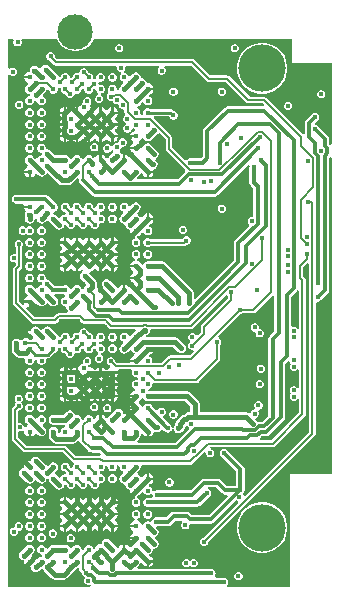
<source format=gbr>
G04*
G04 #@! TF.GenerationSoftware,Altium Limited,Altium Designer,24.9.1 (31)*
G04*
G04 Layer_Physical_Order=6*
G04 Layer_Color=16711680*
%FSLAX44Y44*%
%MOMM*%
G71*
G04*
G04 #@! TF.SameCoordinates,3E31175B-2F74-4D0F-94E8-FEE4F86157FB*
G04*
G04*
G04 #@! TF.FilePolarity,Positive*
G04*
G01*
G75*
%ADD11C,0.1500*%
%ADD46C,0.1800*%
%ADD48C,0.3200*%
%ADD49C,0.4000*%
%ADD51C,0.2000*%
%ADD52C,0.3000*%
%ADD53C,0.2200*%
%ADD54C,4.0000*%
%ADD55C,0.4000*%
%ADD58C,0.4500*%
%ADD59C,3.0000*%
G36*
X240000Y443000D02*
X274000D01*
Y374781D01*
X272613Y374182D01*
X271670Y375017D01*
Y379064D01*
X271391Y380469D01*
X270595Y381660D01*
X262382Y389873D01*
X261192Y390668D01*
X260182Y390869D01*
X259647Y391982D01*
X259591Y392400D01*
X262345Y395154D01*
X263141Y396345D01*
X263421Y397750D01*
X263141Y399155D01*
X262345Y400345D01*
X261155Y401141D01*
X259750Y401421D01*
X258345Y401141D01*
X257155Y400345D01*
X252091Y395282D01*
X251296Y394091D01*
X251016Y392687D01*
Y383766D01*
X250762Y383578D01*
X249516Y383206D01*
X218740Y413983D01*
X217830Y414590D01*
X216757Y414804D01*
X204661D01*
X187483Y431983D01*
X186573Y432590D01*
X185500Y432804D01*
X171161D01*
X157983Y445983D01*
X157073Y446590D01*
X156000Y446804D01*
X41485D01*
X39500Y448789D01*
Y449696D01*
X38967Y450983D01*
X37983Y451967D01*
X36696Y452500D01*
X35304D01*
X34017Y451967D01*
X33033Y450983D01*
X32500Y449696D01*
Y448304D01*
X33033Y447017D01*
X34017Y446033D01*
X34543Y445815D01*
X38341Y442017D01*
X39251Y441410D01*
X40324Y441196D01*
X91455D01*
X92244Y440014D01*
Y438622D01*
X92777Y437336D01*
X93762Y436351D01*
X95048Y435818D01*
X95555D01*
X95901Y435073D01*
X96015Y434318D01*
X95121Y433424D01*
X94550Y432046D01*
Y430554D01*
X95121Y429176D01*
X96176Y428121D01*
X96923Y427812D01*
X97396Y426164D01*
X95416Y424184D01*
X94532Y422861D01*
X94222Y421300D01*
X93058Y420284D01*
X92050Y420554D01*
Y422046D01*
X91479Y423424D01*
X90424Y424479D01*
X89046Y425050D01*
X87554D01*
X86176Y424479D01*
X85121Y423424D01*
X84550Y422046D01*
Y420554D01*
X84959Y419567D01*
X84989Y418756D01*
X84613Y417563D01*
X84033Y416983D01*
X83500Y415696D01*
Y414304D01*
X84033Y413017D01*
X85017Y412033D01*
X86304Y411500D01*
X87696D01*
X88011Y411630D01*
X88500Y411304D01*
X89033Y410017D01*
X90017Y409033D01*
X91304Y408500D01*
X92696D01*
X93500Y407304D01*
X94033Y406017D01*
X95017Y405033D01*
X96304Y404500D01*
X97696D01*
X98446Y403999D01*
Y401986D01*
X98660Y400913D01*
X98906Y400545D01*
X99017Y398967D01*
X98033Y397983D01*
X97500Y396696D01*
Y395304D01*
X98033Y394017D01*
X99017Y393033D01*
X99551Y392812D01*
Y391188D01*
X99017Y390967D01*
X98033Y389983D01*
X97500Y388696D01*
Y387304D01*
X98033Y386017D01*
X99017Y385033D01*
X100304Y384500D01*
X101696D01*
X102983Y385033D01*
X103967Y386017D01*
X104500Y387304D01*
Y387676D01*
X106000Y388297D01*
X106176Y388121D01*
X107554Y387550D01*
X107458Y386090D01*
X107347D01*
X105587Y385361D01*
X104239Y384013D01*
X103530Y382300D01*
X108300D01*
Y380300D01*
X103530D01*
X104239Y378587D01*
X105587Y377239D01*
X105894Y377112D01*
Y375488D01*
X105587Y375361D01*
X104239Y374013D01*
X103530Y372300D01*
X108300D01*
Y370300D01*
X103530D01*
X104239Y368587D01*
X105587Y367239D01*
X105894Y367112D01*
Y365488D01*
X105587Y365361D01*
X104239Y364013D01*
X104112Y363706D01*
X102488D01*
X102361Y364013D01*
X101013Y365361D01*
X99300Y366070D01*
Y361300D01*
X97300D01*
Y366070D01*
X96954Y365927D01*
X95768Y366561D01*
X94884Y367884D01*
X94863Y367898D01*
X94736Y369786D01*
X94967Y370017D01*
X95467Y371223D01*
X95614Y371473D01*
X96304Y372500D01*
X97696D01*
X98983Y373033D01*
X99967Y374017D01*
X100500Y375304D01*
Y376696D01*
X99967Y377983D01*
X98983Y378967D01*
X97696Y379500D01*
X96304D01*
X95017Y378967D01*
X94033Y377983D01*
X93533Y376777D01*
X93386Y376527D01*
X92696Y375500D01*
X91304D01*
X90017Y374967D01*
X89033Y373983D01*
X88605Y372949D01*
X87697Y372753D01*
X87043Y372800D01*
X86967Y372983D01*
X85983Y373967D01*
X84696Y374500D01*
X83304D01*
X82017Y373967D01*
X81033Y372983D01*
X80500Y371696D01*
Y370304D01*
X81033Y369017D01*
X82017Y368033D01*
X83304Y367500D01*
X84696D01*
X85983Y368033D01*
X86967Y369017D01*
X86971Y369027D01*
X88781Y369521D01*
X89023Y369345D01*
X89048Y367816D01*
X85416Y364184D01*
X84532Y362861D01*
X84476Y362578D01*
X82949Y362592D01*
X82361Y364013D01*
X81013Y365361D01*
X79300Y366070D01*
Y361300D01*
X77300D01*
Y366070D01*
X75587Y365361D01*
X74239Y364013D01*
X73976Y363378D01*
X72207Y363026D01*
X71456Y363776D01*
X71184Y364184D01*
X69861Y365068D01*
X68300Y365378D01*
X66739Y365068D01*
X65416Y364184D01*
X64532Y362861D01*
X64410Y362246D01*
X63735Y361895D01*
X62106Y362669D01*
X62068Y362861D01*
X61184Y364184D01*
X59861Y365068D01*
X58300Y365378D01*
X56739Y365068D01*
X55416Y364184D01*
X53680Y362447D01*
X52082Y362857D01*
X52029Y362918D01*
X51184Y364184D01*
X49861Y365068D01*
X48300Y365378D01*
X39989D01*
X36168Y369200D01*
X34845Y370084D01*
X33284Y370395D01*
X32050Y371678D01*
Y372046D01*
X31479Y373424D01*
X30424Y374479D01*
X29046Y375050D01*
X27554D01*
X26176Y374479D01*
X25121Y373424D01*
X24550Y372046D01*
Y370554D01*
X25121Y369176D01*
X26176Y368121D01*
X27554Y367550D01*
X27922D01*
X28431Y367060D01*
X28437Y366339D01*
X27554Y365050D01*
X26176Y364479D01*
X25121Y363424D01*
X24812Y362677D01*
X23164Y362203D01*
X21184Y364184D01*
X19861Y365068D01*
X18300Y365378D01*
X16739Y365068D01*
X15416Y364184D01*
X14532Y362861D01*
X14222Y361300D01*
X14532Y359739D01*
X15416Y358416D01*
X16479Y357354D01*
X16127Y355584D01*
X15587Y355361D01*
X14239Y354013D01*
X13530Y352300D01*
X18300D01*
Y351300D01*
X19300D01*
Y346530D01*
X21013Y347239D01*
X22361Y348587D01*
X22584Y349127D01*
X24354Y349478D01*
X25416Y348416D01*
X25416Y348416D01*
X26739Y347532D01*
X28300Y347222D01*
X29861Y347532D01*
X31184Y348416D01*
X32029Y349682D01*
X32082Y349743D01*
X33680Y350153D01*
X35416Y348416D01*
X35416Y348416D01*
X42716Y341116D01*
X42716Y341116D01*
X44039Y340232D01*
X45600Y339922D01*
X45600Y339922D01*
X51000D01*
X51000Y339922D01*
X52561Y340232D01*
X53884Y341116D01*
X56168Y343400D01*
X56168Y343400D01*
X58676Y345909D01*
X60076Y345345D01*
X60141Y345252D01*
X59879Y343936D01*
X60159Y342531D01*
X60955Y341340D01*
X70890Y331404D01*
X72081Y330609D01*
X73486Y330330D01*
X175000D01*
X176405Y330609D01*
X177596Y331404D01*
X202874Y356683D01*
X204514Y356355D01*
X204582Y356270D01*
X204329Y355000D01*
Y342174D01*
X204609Y340770D01*
X205404Y339579D01*
X207679Y337304D01*
Y313490D01*
X206946Y313000D01*
X205554D01*
X204267Y312467D01*
X203283Y311483D01*
X202750Y310196D01*
Y308804D01*
X203283Y307517D01*
X204267Y306533D01*
X204446Y305637D01*
X192404Y293595D01*
X191609Y292405D01*
X191329Y291000D01*
Y276308D01*
X158464Y243443D01*
X157078Y244017D01*
Y249000D01*
X157078Y249000D01*
X156768Y250561D01*
X155884Y251884D01*
X155884Y251884D01*
X133584Y274184D01*
X132261Y275068D01*
X130700Y275378D01*
X130700Y275378D01*
X118300D01*
X116739Y275068D01*
X115416Y274184D01*
X114532Y272861D01*
X114476Y272578D01*
X112949Y272592D01*
X112361Y274013D01*
X111013Y275361D01*
X109253Y276090D01*
X109142D01*
X109046Y277550D01*
X110424Y278121D01*
X111479Y279176D01*
X112050Y280554D01*
Y282046D01*
X111479Y283424D01*
X110424Y284479D01*
X109046Y285050D01*
X107554D01*
X106176Y284479D01*
X105121Y283424D01*
X104550Y282046D01*
Y280554D01*
X105121Y279176D01*
X106176Y278121D01*
X107554Y277550D01*
X107458Y276090D01*
X107347D01*
X105587Y275361D01*
X104239Y274013D01*
X103530Y272300D01*
X108300D01*
Y270300D01*
X103530D01*
X104239Y268587D01*
X105587Y267239D01*
X105894Y267112D01*
Y265488D01*
X105587Y265361D01*
X104239Y264013D01*
X103530Y262300D01*
X108300D01*
Y260300D01*
X103530D01*
X104239Y258587D01*
X105587Y257239D01*
X105894Y257112D01*
Y255488D01*
X105587Y255361D01*
X104239Y254013D01*
X104112Y253706D01*
X102488D01*
X102361Y254013D01*
X101013Y255361D01*
X99300Y256070D01*
Y251300D01*
X97300D01*
Y256070D01*
X95587Y255361D01*
X94239Y254013D01*
X93651Y252592D01*
X92124Y252578D01*
X92068Y252861D01*
X91184Y254184D01*
X86168Y259200D01*
X84845Y260084D01*
X83284Y260394D01*
X81723Y260084D01*
X80400Y259200D01*
X79516Y257877D01*
X79206Y256316D01*
X79020Y256090D01*
X77347D01*
X76372Y255686D01*
X74872Y256605D01*
Y257207D01*
X74872Y257207D01*
X74561Y258768D01*
X73677Y260091D01*
X68758Y265010D01*
X69253Y266510D01*
X71013Y267239D01*
X72361Y268587D01*
X72488Y268894D01*
X74112D01*
X74239Y268587D01*
X75587Y267239D01*
X77300Y266530D01*
Y271300D01*
X79300D01*
Y266530D01*
X81013Y267239D01*
X82361Y268587D01*
X82488Y268894D01*
X84112D01*
X84239Y268587D01*
X85587Y267239D01*
X87300Y266530D01*
Y271300D01*
X88300D01*
Y272300D01*
X93070D01*
X92361Y274013D01*
X91013Y275361D01*
X90706Y275488D01*
Y277112D01*
X91013Y277239D01*
X92361Y278587D01*
X93070Y280300D01*
X88300D01*
Y282300D01*
X93070D01*
X92361Y284013D01*
X91013Y285361D01*
X90706Y285488D01*
Y287112D01*
X91013Y287239D01*
X92361Y288587D01*
X93070Y290300D01*
X88300D01*
Y291300D01*
X87300D01*
Y296070D01*
X85587Y295361D01*
X84239Y294013D01*
X84112Y293706D01*
X82488D01*
X82361Y294013D01*
X81013Y295361D01*
X79300Y296070D01*
Y291300D01*
X77300D01*
Y296070D01*
X75587Y295361D01*
X74239Y294013D01*
X74112Y293706D01*
X72488D01*
X72361Y294013D01*
X71013Y295361D01*
X69300Y296070D01*
Y291300D01*
X67300D01*
Y296070D01*
X65587Y295361D01*
X64239Y294013D01*
X64112Y293706D01*
X62488D01*
X62361Y294013D01*
X61013Y295361D01*
X59300Y296070D01*
Y291300D01*
X57300D01*
Y296070D01*
X55587Y295361D01*
X54239Y294013D01*
X54112Y293706D01*
X52488D01*
X52361Y294013D01*
X51013Y295361D01*
X49300Y296070D01*
Y291300D01*
X48300D01*
Y290300D01*
X43530D01*
X44239Y288587D01*
X45587Y287239D01*
X45894Y287112D01*
Y285488D01*
X45587Y285361D01*
X44239Y284013D01*
X43530Y282300D01*
X48300D01*
Y280300D01*
X43530D01*
X44239Y278587D01*
X45587Y277239D01*
X45894Y277112D01*
Y275488D01*
X45587Y275361D01*
X44239Y274013D01*
X43530Y272300D01*
X48300D01*
Y271300D01*
X49300D01*
Y266530D01*
X51013Y267239D01*
X52361Y268587D01*
X52488Y268894D01*
X54112D01*
X54239Y268587D01*
X55587Y267239D01*
X57300Y266530D01*
Y271300D01*
X59300D01*
Y266530D01*
X61013Y267239D01*
X61733Y267959D01*
X63373Y267959D01*
X62933Y266430D01*
X62116Y265884D01*
X61232Y264561D01*
X60922Y263000D01*
X61232Y261439D01*
X62116Y260116D01*
X65932Y256300D01*
Y254800D01*
X65416Y254284D01*
X64532Y252961D01*
X64286Y251724D01*
X64225Y251643D01*
X62351Y251649D01*
X62294Y251727D01*
X62068Y252861D01*
X61184Y254184D01*
X59861Y255068D01*
X58300Y255378D01*
X56739Y255068D01*
X55416Y254184D01*
X53436Y252203D01*
X51788Y252677D01*
X51479Y253424D01*
X50424Y254479D01*
X49046Y255050D01*
X47554D01*
X47362Y254970D01*
X39820D01*
X35879Y258911D01*
X34689Y259707D01*
X33427Y259958D01*
X33229Y260044D01*
X32050Y261271D01*
Y262046D01*
X31479Y263424D01*
X30424Y264479D01*
X29046Y265050D01*
X27554D01*
X26176Y264479D01*
X25121Y263424D01*
X24550Y262046D01*
Y260554D01*
X25121Y259176D01*
X26176Y258121D01*
X27554Y257550D01*
X28330D01*
X28541Y257347D01*
X28549Y256462D01*
X27554Y255050D01*
X26176Y254479D01*
X25121Y253424D01*
X24812Y252677D01*
X23164Y252204D01*
X21184Y254184D01*
X19861Y255068D01*
X18300Y255378D01*
X16739Y255068D01*
X15416Y254184D01*
X14532Y252861D01*
X14222Y251300D01*
X14532Y249739D01*
X15416Y248416D01*
X15416Y248416D01*
X16479Y247354D01*
X16127Y245584D01*
X15587Y245361D01*
X14239Y244013D01*
X13530Y242300D01*
X18300D01*
Y241300D01*
X19300D01*
Y236530D01*
X21013Y237239D01*
X22361Y238587D01*
X22584Y239127D01*
X24354Y239479D01*
X25416Y238416D01*
X26739Y237532D01*
X28300Y237222D01*
X29861Y237532D01*
X31184Y238416D01*
X32029Y239682D01*
X32083Y239743D01*
X33680Y240153D01*
X35416Y238416D01*
X36739Y237532D01*
X38300Y237222D01*
X39861Y237532D01*
X41184Y238416D01*
X42068Y239739D01*
X42378Y241300D01*
X42068Y242861D01*
X41184Y244184D01*
X39238Y246129D01*
X39860Y247630D01*
X47188D01*
X47894Y247054D01*
X48437Y246261D01*
X48431Y245540D01*
X47922Y245050D01*
X47554D01*
X46176Y244479D01*
X45121Y243424D01*
X44550Y242046D01*
Y240554D01*
X45121Y239176D01*
X46176Y238121D01*
X47554Y237550D01*
X47928D01*
X49205Y236284D01*
X49516Y234723D01*
X50297Y233554D01*
X50121Y232851D01*
X49715Y232054D01*
X43240D01*
X42167Y231840D01*
X41257Y231233D01*
X38328Y228304D01*
X22661D01*
X15182Y235783D01*
X16032Y237055D01*
X17300Y236530D01*
Y240300D01*
X13530D01*
X14055Y239032D01*
X12783Y238182D01*
X9554Y241411D01*
Y267631D01*
X11233Y269310D01*
X11840Y270219D01*
X12054Y271292D01*
Y288227D01*
X12500Y289304D01*
Y290696D01*
X11967Y291983D01*
X10983Y292967D01*
X9696Y293500D01*
X8304D01*
X7017Y292967D01*
X6033Y291983D01*
X5500Y290696D01*
Y289304D01*
X6033Y288017D01*
X6446Y287604D01*
Y282001D01*
X5696Y281500D01*
X4304D01*
X3017Y280967D01*
X2033Y279983D01*
X1500Y278696D01*
Y277304D01*
X2033Y276017D01*
X3017Y275033D01*
X4304Y274500D01*
X5696D01*
X6446Y273999D01*
Y272454D01*
X4767Y270775D01*
X4160Y269865D01*
X3946Y268792D01*
Y240250D01*
X4160Y239177D01*
X4767Y238267D01*
X19517Y223517D01*
X20427Y222910D01*
X21500Y222696D01*
X39490D01*
X40563Y222910D01*
X41472Y223517D01*
X44401Y226446D01*
X59599D01*
X62528Y223517D01*
X63437Y222910D01*
X64510Y222696D01*
X72429D01*
X72680Y222646D01*
X81389D01*
X81735Y222300D01*
X81767Y222279D01*
X85028Y219017D01*
X85937Y218410D01*
X87010Y218196D01*
X107604D01*
X108178Y216810D01*
X105824Y214456D01*
X105416Y214184D01*
X105416Y214184D01*
X103436Y212203D01*
X101788Y212677D01*
X101479Y213424D01*
X100424Y214479D01*
X99046Y215050D01*
X97554D01*
X96176Y214479D01*
X95121Y213424D01*
X94550Y212046D01*
Y210554D01*
X95121Y209176D01*
X96176Y208121D01*
X96923Y207812D01*
X97396Y206164D01*
X95416Y204184D01*
X94532Y202861D01*
X94222Y201300D01*
X94532Y199739D01*
X95416Y198416D01*
X96739Y197532D01*
X98300Y197222D01*
X99861Y197532D01*
X101184Y198416D01*
X102920Y200153D01*
X104518Y199743D01*
X104571Y199682D01*
X105416Y198416D01*
X106739Y197532D01*
X107022Y197476D01*
X107008Y195949D01*
X105587Y195361D01*
X104239Y194013D01*
X103530Y192300D01*
X108300D01*
Y190300D01*
X103478D01*
X103013Y189604D01*
X92361D01*
X90500Y191465D01*
Y191696D01*
X89967Y192983D01*
X88983Y193967D01*
X87696Y194500D01*
X86304D01*
X85017Y193967D01*
X84033Y192983D01*
X83500Y191696D01*
Y190304D01*
X84033Y189017D01*
X85017Y188033D01*
X86304Y187500D01*
X86341Y186000D01*
X86270Y185644D01*
X85587Y185361D01*
X84239Y184013D01*
X84112Y183706D01*
X82488D01*
X82361Y184013D01*
X81013Y185361D01*
X79300Y186070D01*
Y181300D01*
X77300D01*
Y186070D01*
X75587Y185361D01*
X74239Y184013D01*
X74112Y183706D01*
X72488D01*
X72361Y184013D01*
X71013Y185361D01*
X69253Y186090D01*
X67913D01*
X67696Y187500D01*
X68983Y188033D01*
X69967Y189017D01*
X70500Y190304D01*
Y191696D01*
X69967Y192983D01*
X68983Y193967D01*
X67696Y194500D01*
X66304D01*
X65017Y193967D01*
X64033Y192983D01*
X63500Y191696D01*
Y190304D01*
X63461Y188942D01*
X62175Y188410D01*
X61191Y187425D01*
X61009Y186986D01*
X59300Y186097D01*
Y181300D01*
X57300D01*
Y186070D01*
X55587Y185361D01*
X54239Y184013D01*
X54112Y183706D01*
X52488D01*
X52361Y184013D01*
X51013Y185361D01*
X49300Y186070D01*
Y181300D01*
X48300D01*
Y180300D01*
X43530D01*
X44239Y178587D01*
X45587Y177239D01*
X45894Y177112D01*
Y175488D01*
X45587Y175361D01*
X44239Y174013D01*
X43530Y172300D01*
X48300D01*
Y170300D01*
X43530D01*
X44239Y168587D01*
X45587Y167239D01*
X45894Y167112D01*
Y165488D01*
X45587Y165361D01*
X44239Y164013D01*
X43530Y162300D01*
X48300D01*
Y161300D01*
X49300D01*
Y156530D01*
X51013Y157239D01*
X52361Y158587D01*
X52488Y158894D01*
X54112D01*
X54239Y158587D01*
X55587Y157239D01*
X57300Y156530D01*
Y161300D01*
X59300D01*
Y156530D01*
X61013Y157239D01*
X62361Y158587D01*
X62488Y158894D01*
X64112D01*
X64239Y158587D01*
X65587Y157239D01*
X67300Y156530D01*
Y161300D01*
X69300D01*
Y156530D01*
X71013Y157239D01*
X72361Y158587D01*
X72488Y158894D01*
X74112D01*
X74239Y158587D01*
X75587Y157239D01*
X77300Y156530D01*
Y161300D01*
X79300D01*
Y156530D01*
X81013Y157239D01*
X82361Y158587D01*
X82488Y158894D01*
X84112D01*
X84239Y158587D01*
X85587Y157239D01*
X87300Y156530D01*
Y161300D01*
X88300D01*
Y162300D01*
X93070D01*
X92361Y164013D01*
X91013Y165361D01*
X90706Y165488D01*
Y167112D01*
X91013Y167239D01*
X92361Y168587D01*
X93070Y170300D01*
X88300D01*
Y172300D01*
X93070D01*
X92361Y174013D01*
X91013Y175361D01*
X90706Y175488D01*
Y177112D01*
X91013Y177239D01*
X92361Y178587D01*
X93070Y180300D01*
X88300D01*
Y182300D01*
X93070D01*
X92885Y182749D01*
X93718Y183996D01*
X103734D01*
X104736Y182496D01*
X104550Y182046D01*
Y180554D01*
X105121Y179176D01*
X106176Y178121D01*
X107554Y177550D01*
X108778D01*
X109605Y176941D01*
X110126Y176374D01*
X110117Y176128D01*
X109046Y175050D01*
X107554D01*
X106176Y174479D01*
X105121Y173424D01*
X104550Y172046D01*
Y170554D01*
X105121Y169176D01*
X106176Y168121D01*
X107554Y167550D01*
X107458Y166090D01*
X107347D01*
X105587Y165361D01*
X104239Y164013D01*
X103530Y162300D01*
X108300D01*
Y160300D01*
X103530D01*
X104239Y158587D01*
X105587Y157239D01*
X105894Y157112D01*
Y155488D01*
X105587Y155361D01*
X104239Y154013D01*
X103530Y152300D01*
X108300D01*
Y150300D01*
X103530D01*
X104239Y148587D01*
X105587Y147239D01*
X105894Y147112D01*
Y145488D01*
X105587Y145361D01*
X104239Y144013D01*
X104112Y143706D01*
X102488D01*
X102361Y144013D01*
X101013Y145361D01*
X99253Y146090D01*
X97580D01*
X97395Y146316D01*
X97084Y147877D01*
X96200Y149200D01*
X94877Y150084D01*
X93316Y150394D01*
X91755Y150084D01*
X90432Y149200D01*
X85416Y144184D01*
X84532Y142861D01*
X84476Y142578D01*
X82949Y142592D01*
X82361Y144013D01*
X81013Y145361D01*
X79300Y146070D01*
Y141300D01*
X77300D01*
Y146070D01*
X75587Y145361D01*
X74239Y144013D01*
X73510Y142253D01*
Y142142D01*
X72050Y142046D01*
X71479Y143424D01*
X70424Y144479D01*
X69046Y145050D01*
X67554D01*
X66176Y144479D01*
X65121Y143424D01*
X64550Y142046D01*
X63687Y141413D01*
X62231Y142039D01*
X62068Y142861D01*
X61184Y144184D01*
X59861Y145068D01*
X58300Y145378D01*
X57865Y145292D01*
X56622Y145374D01*
X56235Y146381D01*
X56122Y146947D01*
X55238Y148271D01*
X53915Y149155D01*
X52354Y149465D01*
X50794Y149155D01*
X49471Y148271D01*
X46578Y145378D01*
X38300D01*
X36739Y145068D01*
X35416Y144184D01*
X34532Y142861D01*
X34222Y141300D01*
X34532Y139739D01*
X35416Y138416D01*
X36739Y137532D01*
X38300Y137222D01*
X47863D01*
X48237Y136960D01*
X48280Y136401D01*
X47554Y135050D01*
X46176Y134479D01*
X45121Y133424D01*
X44550Y132046D01*
Y131038D01*
X43313Y129919D01*
X42474Y130180D01*
Y131204D01*
X42474Y131204D01*
X42164Y132765D01*
X41280Y134088D01*
X41184Y134184D01*
X39861Y135068D01*
X38300Y135378D01*
X36739Y135068D01*
X35416Y134184D01*
X34532Y132861D01*
X34222Y131300D01*
X34317Y130819D01*
Y127343D01*
X34317Y127343D01*
X34628Y125782D01*
X35512Y124459D01*
X37855Y122116D01*
X37855Y122116D01*
X39178Y121232D01*
X40739Y120922D01*
X55000D01*
X55000Y120922D01*
X56561Y121232D01*
X57884Y122116D01*
X59321Y123553D01*
X60784Y122895D01*
X60918Y122219D01*
X61559Y121259D01*
X67909Y114909D01*
X68868Y114268D01*
X69922Y114059D01*
X70595Y113609D01*
X72000Y113329D01*
X77480D01*
X78594Y112215D01*
X78112Y111070D01*
X77884Y110804D01*
X57161D01*
X49483Y118483D01*
X48573Y119090D01*
X47500Y119304D01*
X15661D01*
X8554Y126411D01*
Y130999D01*
X9304Y131500D01*
X10696D01*
X11983Y132033D01*
X12010Y132060D01*
X13510Y131439D01*
Y130347D01*
X14239Y128587D01*
X15587Y127239D01*
X17300Y126530D01*
Y131300D01*
X19300D01*
Y126530D01*
X21013Y127239D01*
X22361Y128587D01*
X22584Y129127D01*
X24354Y129479D01*
X25416Y128416D01*
X26739Y127532D01*
X28300Y127222D01*
X29861Y127532D01*
X31184Y128416D01*
X32068Y129739D01*
X32378Y131300D01*
X32068Y132861D01*
X31184Y134184D01*
X29204Y136164D01*
X29677Y137812D01*
X30424Y138121D01*
X31479Y139176D01*
X32050Y140554D01*
Y142046D01*
X31479Y143424D01*
X30424Y144479D01*
X29046Y145050D01*
X27554D01*
X26176Y144479D01*
X25121Y143424D01*
X24812Y142677D01*
X23164Y142204D01*
X21184Y144184D01*
X19861Y145068D01*
X18300Y145378D01*
X16739Y145068D01*
X15416Y144184D01*
X14532Y142861D01*
X14222Y141300D01*
X14532Y139739D01*
X15416Y138416D01*
X15416Y138416D01*
X16479Y137354D01*
X16130Y135604D01*
X16041Y135549D01*
X15587Y135361D01*
X15358Y135132D01*
X14864Y134831D01*
X13500Y135395D01*
Y135696D01*
X12967Y136983D01*
X11983Y137967D01*
X10696Y138500D01*
X9304D01*
X8554Y139001D01*
Y148589D01*
X9465Y149500D01*
X9696D01*
X10983Y150033D01*
X11967Y151017D01*
X12500Y152304D01*
Y153696D01*
X11967Y154983D01*
X11930Y155020D01*
X11013Y156000D01*
X11930Y156980D01*
X11967Y157017D01*
X12500Y158304D01*
Y159696D01*
X11967Y160983D01*
X10983Y161967D01*
X9696Y162500D01*
X8304D01*
X7017Y161967D01*
X6033Y160983D01*
X5500Y159696D01*
Y158304D01*
X6033Y157017D01*
X6070Y156980D01*
X6987Y156000D01*
X6070Y155020D01*
X6033Y154983D01*
X5500Y153696D01*
Y153465D01*
X3767Y151733D01*
X3160Y150823D01*
X2946Y149750D01*
Y125250D01*
X3160Y124177D01*
X3767Y123267D01*
X12517Y114517D01*
X13427Y113910D01*
X14500Y113696D01*
X46339D01*
X54017Y106017D01*
X54927Y105410D01*
X54975Y105400D01*
X55469Y103772D01*
X55121Y103424D01*
X54550Y102046D01*
Y101353D01*
X53050Y100731D01*
X52050Y101732D01*
Y102046D01*
X51479Y103424D01*
X50424Y104479D01*
X49046Y105050D01*
X47554D01*
X46176Y104479D01*
X45121Y103424D01*
X44550Y102046D01*
Y100554D01*
X45121Y99176D01*
X46176Y98121D01*
X47554Y97550D01*
X47868D01*
X48868Y96550D01*
X48247Y95050D01*
X47554D01*
X46176Y94479D01*
X45121Y93424D01*
X44812Y92677D01*
X43164Y92204D01*
X41184Y94184D01*
X39918Y95029D01*
X39857Y95082D01*
X39447Y96680D01*
X41184Y98416D01*
X42068Y99739D01*
X42378Y101300D01*
X42068Y102861D01*
X41184Y104184D01*
X39861Y105068D01*
X38300Y105378D01*
X36739Y105068D01*
X35416Y104184D01*
X33680Y102447D01*
X32083Y102857D01*
X32029Y102918D01*
X31184Y104184D01*
X26168Y109200D01*
X24845Y110084D01*
X23284Y110394D01*
X21723Y110084D01*
X20400Y109200D01*
X19516Y107877D01*
X19205Y106316D01*
X19020Y106090D01*
X17347D01*
X15587Y105361D01*
X14239Y104013D01*
X13510Y102253D01*
Y100580D01*
X13284Y100394D01*
X11723Y100084D01*
X10400Y99200D01*
X9516Y97877D01*
X9205Y96316D01*
X9516Y94755D01*
X10400Y93432D01*
X15416Y88416D01*
X16739Y87532D01*
X18300Y87222D01*
X19861Y87532D01*
X21184Y88416D01*
X22029Y89682D01*
X22083Y89743D01*
X23680Y90153D01*
X25416Y88416D01*
X26739Y87532D01*
X28300Y87222D01*
X29861Y87532D01*
X31184Y88416D01*
X32068Y89739D01*
X32294Y90873D01*
X32393Y91007D01*
X33818Y91235D01*
X34276Y91026D01*
X34532Y89739D01*
X35416Y88416D01*
X40432Y83400D01*
X41755Y82516D01*
X43316Y82205D01*
X44877Y82516D01*
X46200Y83400D01*
X47084Y84723D01*
X47331Y85966D01*
X48246Y86442D01*
X48699Y86526D01*
X49816Y85588D01*
X50349Y84301D01*
X51333Y83317D01*
X52620Y82784D01*
X54012D01*
X55299Y83317D01*
X56283Y84301D01*
X56816Y85588D01*
Y86232D01*
X56994Y86550D01*
X58451Y86967D01*
X59816Y85602D01*
Y85588D01*
X60349Y84301D01*
X61333Y83317D01*
X62620Y82784D01*
X64012D01*
X65299Y83317D01*
X66283Y84301D01*
X66816Y85588D01*
Y86232D01*
X66994Y86550D01*
X68451Y86967D01*
X69816Y85602D01*
Y85588D01*
X70349Y84301D01*
X71334Y83317D01*
X72620Y82784D01*
X74012D01*
X75299Y83317D01*
X76283Y84301D01*
X76816Y85588D01*
Y86232D01*
X77360Y87204D01*
X78202Y87550D01*
X79046D01*
X80424Y88121D01*
X81479Y89176D01*
X82050Y90554D01*
Y92046D01*
X81479Y93424D01*
X80424Y94479D01*
X79046Y95050D01*
X78202D01*
X78092Y95093D01*
X77568Y96318D01*
X78049Y97487D01*
X78202Y97550D01*
X79046D01*
X80424Y98121D01*
X81479Y99176D01*
X82050Y100554D01*
Y102046D01*
X82472Y102677D01*
X83312D01*
X84550Y101352D01*
Y100554D01*
X85121Y99176D01*
X86176Y98121D01*
X87554Y97550D01*
X89046D01*
X90424Y98121D01*
X91479Y99176D01*
X92050Y100554D01*
Y102046D01*
X92472Y102677D01*
X93312D01*
X94550Y101352D01*
Y100554D01*
X95121Y99176D01*
X96176Y98121D01*
X96923Y97812D01*
X97396Y96164D01*
X95416Y94184D01*
X94532Y92861D01*
X94222Y91300D01*
X94532Y89739D01*
X95416Y88416D01*
X96739Y87532D01*
X98170Y87247D01*
X99206Y86284D01*
X99516Y84723D01*
X100400Y83400D01*
X101723Y82516D01*
X103284Y82205D01*
X103510Y82020D01*
Y80347D01*
X104239Y78587D01*
X105587Y77239D01*
X107347Y76510D01*
X107458D01*
X107554Y75050D01*
X106176Y74479D01*
X105121Y73424D01*
X104550Y72046D01*
Y70554D01*
X105121Y69176D01*
X106176Y68121D01*
X107554Y67550D01*
X109046D01*
X110424Y68121D01*
X111479Y69176D01*
X112050Y70554D01*
Y72046D01*
X111479Y73424D01*
X110424Y74479D01*
X109046Y75050D01*
X109143Y76510D01*
X109253D01*
X111013Y77239D01*
X112361Y78587D01*
X113090Y80347D01*
Y80458D01*
X114550Y80554D01*
X115121Y79176D01*
X116176Y78121D01*
X117554Y77550D01*
X119046D01*
X120424Y78121D01*
X120923Y78620D01*
X122017Y78138D01*
X122345Y77921D01*
X122609Y76595D01*
X122692Y76470D01*
X121890Y74970D01*
X119238D01*
X119046Y75050D01*
X117554D01*
X116176Y74479D01*
X115121Y73424D01*
X114550Y72046D01*
Y70554D01*
X115121Y69176D01*
X116176Y68121D01*
X117554Y67550D01*
X119046D01*
X119238Y67629D01*
X160300D01*
X161705Y67909D01*
X162896Y68705D01*
X170595Y76405D01*
X171391Y77595D01*
X171670Y79000D01*
X171391Y80405D01*
X170595Y81595D01*
X169405Y82391D01*
X168837Y82504D01*
X168985Y84004D01*
X176371D01*
X181471Y78905D01*
X182662Y78109D01*
X184066Y77829D01*
X185679D01*
X186253Y76444D01*
X170380Y60571D01*
X155865D01*
X154240Y62195D01*
X153049Y62991D01*
X151645Y63271D01*
X140090D01*
X138685Y62991D01*
X137494Y62195D01*
X133969Y58671D01*
X125000D01*
X123595Y58391D01*
X122405Y57595D01*
X121609Y56405D01*
X121486Y55786D01*
X119909Y55035D01*
X119861Y55068D01*
X118300Y55378D01*
X116739Y55068D01*
X115416Y54184D01*
X114532Y52861D01*
X114476Y52578D01*
X112949Y52592D01*
X112361Y54013D01*
X111013Y55361D01*
X109253Y56090D01*
X109142D01*
X109046Y57550D01*
X110424Y58121D01*
X111479Y59176D01*
X112050Y60554D01*
Y62046D01*
X111479Y63424D01*
X110424Y64479D01*
X109046Y65050D01*
X107554D01*
X106176Y64479D01*
X105121Y63424D01*
X104550Y62046D01*
Y60554D01*
X105121Y59176D01*
X106176Y58121D01*
X107554Y57550D01*
X107458Y56090D01*
X107347D01*
X105587Y55361D01*
X104239Y54013D01*
X103530Y52300D01*
X108300D01*
Y50300D01*
X103530D01*
X104239Y48587D01*
X105587Y47239D01*
X105894Y47112D01*
Y45488D01*
X105587Y45361D01*
X104239Y44013D01*
X103530Y42300D01*
X108300D01*
Y40300D01*
X103530D01*
X104239Y38587D01*
X105587Y37239D01*
X105894Y37112D01*
Y35488D01*
X105587Y35361D01*
X104239Y34013D01*
X104112Y33706D01*
X102488D01*
X102361Y34013D01*
X101013Y35361D01*
X99300Y36070D01*
Y31300D01*
X97300D01*
Y36070D01*
X95587Y35361D01*
X94239Y34013D01*
X93651Y32592D01*
X92124Y32578D01*
X92068Y32861D01*
X91184Y34184D01*
X86168Y39200D01*
X84845Y40084D01*
X83284Y40395D01*
X81723Y40084D01*
X80400Y39200D01*
X79516Y37877D01*
X79206Y36316D01*
X79020Y36090D01*
X77347D01*
X75587Y35361D01*
X74239Y34013D01*
X73510Y32253D01*
Y32142D01*
X72050Y32046D01*
X71479Y33424D01*
X70424Y34479D01*
X69046Y35050D01*
X67554D01*
X66176Y34479D01*
X65121Y33424D01*
X64550Y32046D01*
Y31964D01*
X63742Y31328D01*
X62248Y31957D01*
X62068Y32861D01*
X61184Y34184D01*
X59861Y35068D01*
X58300Y35378D01*
X56739Y35068D01*
X55416Y34184D01*
X53680Y32447D01*
X52082Y32857D01*
X52029Y32918D01*
X51184Y34184D01*
X49861Y35068D01*
X48300Y35378D01*
X38300D01*
X38300Y35378D01*
X36739Y35068D01*
X35416Y34184D01*
X35416Y34184D01*
X33436Y32203D01*
X31788Y32677D01*
X31479Y33424D01*
X30424Y34479D01*
X29046Y35050D01*
X27554D01*
X26176Y34479D01*
X25121Y33424D01*
X24550Y32046D01*
Y30554D01*
X25121Y29176D01*
X26176Y28121D01*
X27554Y27550D01*
X28326Y26215D01*
X28282Y25598D01*
X27873Y25294D01*
X26739Y25068D01*
X25416Y24184D01*
X24354Y23121D01*
X22584Y23473D01*
X22361Y24013D01*
X21013Y25361D01*
X20473Y25584D01*
X20122Y27354D01*
X21184Y28416D01*
X22068Y29739D01*
X22378Y31300D01*
X22068Y32861D01*
X21184Y34184D01*
X19861Y35068D01*
X18300Y35378D01*
X16739Y35068D01*
X15416Y34184D01*
X10400Y29168D01*
X9516Y27845D01*
X9205Y26284D01*
X9516Y24723D01*
X10400Y23400D01*
X11723Y22516D01*
X13284Y22206D01*
X13510Y22020D01*
Y20347D01*
X14239Y18587D01*
X15587Y17239D01*
X17347Y16510D01*
X19020D01*
X19205Y16284D01*
X19516Y14723D01*
X20400Y13400D01*
X21723Y12516D01*
X23284Y12205D01*
X24845Y12516D01*
X26168Y13400D01*
X27904Y15137D01*
X29502Y14727D01*
X29555Y14665D01*
X30400Y13400D01*
X36684Y7116D01*
X36684Y7116D01*
X38007Y6232D01*
X39568Y5922D01*
X39568Y5922D01*
X47000D01*
X47000Y5922D01*
X48561Y6232D01*
X49884Y7116D01*
X56168Y13400D01*
X56168Y13400D01*
X58810Y16043D01*
X60196Y15469D01*
Y14826D01*
X60410Y13752D01*
X61017Y12843D01*
X62374Y11486D01*
X62580Y10450D01*
X63376Y9259D01*
X64028Y8823D01*
X65346Y7505D01*
X65365Y7315D01*
X65033Y6983D01*
X64500Y5696D01*
Y4304D01*
X65033Y3017D01*
X66017Y2033D01*
X67304Y1500D01*
X68696D01*
X69536Y1848D01*
X70241Y1453D01*
X70223Y1320D01*
X69298Y0D01*
X0D01*
Y432929D01*
X1500Y433550D01*
X2017Y433033D01*
X3304Y432500D01*
X4696D01*
X5983Y433033D01*
X6967Y434017D01*
X7500Y435304D01*
Y436696D01*
X6967Y437983D01*
X5983Y438967D01*
X4696Y439500D01*
X3304D01*
X2017Y438967D01*
X1500Y438450D01*
X0Y439071D01*
Y464000D01*
X3954D01*
X4210Y463759D01*
X4833Y462500D01*
X4500Y461696D01*
Y460304D01*
X5033Y459017D01*
X6017Y458033D01*
X7304Y457500D01*
X8696D01*
X9983Y458033D01*
X10967Y459017D01*
X11500Y460304D01*
Y461696D01*
X11167Y462500D01*
X11790Y463759D01*
X12046Y464000D01*
X41626D01*
X42378Y462184D01*
X44184Y459482D01*
X46482Y457184D01*
X49184Y455378D01*
X52187Y454134D01*
X55375Y453500D01*
X58625D01*
X61813Y454134D01*
X64816Y455378D01*
X67518Y457184D01*
X69816Y459482D01*
X71622Y462184D01*
X72374Y464000D01*
X240000D01*
Y443000D01*
D02*
G37*
G36*
X168017Y428017D02*
X168927Y427410D01*
X170000Y427196D01*
X184339D01*
X201517Y410017D01*
X202427Y409410D01*
X203500Y409196D01*
X215596D01*
X216621Y408171D01*
X216000Y406670D01*
X186000D01*
X184595Y406391D01*
X183405Y405596D01*
X166081Y388272D01*
X165285Y387081D01*
X165006Y385677D01*
Y364520D01*
X163156Y362671D01*
X154000D01*
X152595Y362391D01*
X151405Y361595D01*
X149504Y361451D01*
X139006Y371949D01*
Y379762D01*
X138792Y380835D01*
X138184Y381745D01*
X123290Y396639D01*
X123911Y398139D01*
X135904D01*
X137278Y396765D01*
X137300Y396750D01*
X138017Y396033D01*
X139304Y395500D01*
X140696D01*
X141983Y396033D01*
X142967Y397017D01*
X143500Y398304D01*
Y399696D01*
X142967Y400983D01*
X141983Y401967D01*
X140696Y402500D01*
X140483D01*
X139448Y403535D01*
X138422Y404220D01*
X137213Y404461D01*
X120442D01*
X120424Y404479D01*
X119046Y405050D01*
X117554D01*
X116176Y404479D01*
X115121Y403424D01*
X114550Y402046D01*
Y400554D01*
X113649Y399232D01*
X112951D01*
X112058Y400542D01*
X112050Y400568D01*
Y402046D01*
X111479Y403424D01*
X110424Y404479D01*
X109046Y405050D01*
X109143Y406510D01*
X109253D01*
X111013Y407239D01*
X112361Y408587D01*
X113090Y410347D01*
Y410458D01*
X114550Y410554D01*
X115121Y409176D01*
X116176Y408121D01*
X117554Y407550D01*
X119046D01*
X120424Y408121D01*
X121479Y409176D01*
X122050Y410554D01*
Y412046D01*
X121479Y413424D01*
X120424Y414479D01*
X119046Y415050D01*
X119142Y416510D01*
X119253D01*
X121013Y417239D01*
X122361Y418587D01*
X123070Y420300D01*
X118300D01*
Y422300D01*
X123070D01*
X122361Y424013D01*
X121013Y425361D01*
X119253Y426090D01*
X117580D01*
X117395Y426316D01*
X117084Y427877D01*
X116200Y429200D01*
X114877Y430084D01*
X113712Y430316D01*
X112378Y431300D01*
X112068Y432861D01*
X111184Y434184D01*
X109861Y435068D01*
X108300Y435378D01*
X106739Y435068D01*
X105416Y434184D01*
X103436Y432203D01*
X101788Y432677D01*
X101479Y433424D01*
X100424Y434479D01*
X99046Y435050D01*
X98386D01*
X98102Y435611D01*
X97926Y436550D01*
X98712Y437336D01*
X99244Y438622D01*
Y440014D01*
X100034Y441196D01*
X127287D01*
X127421Y440970D01*
X127746Y439696D01*
X127033Y438983D01*
X126500Y437696D01*
Y436304D01*
X127033Y435017D01*
X128017Y434033D01*
X129304Y433500D01*
X130696D01*
X131983Y434033D01*
X132967Y435017D01*
X133500Y436304D01*
Y437696D01*
X132967Y438983D01*
X132254Y439696D01*
X132579Y440970D01*
X132713Y441196D01*
X154839D01*
X168017Y428017D01*
D02*
G37*
G36*
X133398Y378601D02*
Y370788D01*
X133611Y369715D01*
X134219Y368805D01*
X149965Y353060D01*
X149926Y351329D01*
X143451Y344855D01*
X109582D01*
X109008Y346240D01*
X111184Y348416D01*
X112068Y349739D01*
X112124Y350022D01*
X113651Y350008D01*
X114239Y348587D01*
X115587Y347239D01*
X117300Y346530D01*
Y351300D01*
X118300D01*
Y352300D01*
X123070D01*
X122960Y352567D01*
X123667Y353890D01*
X123996Y353955D01*
X125320Y354839D01*
X126204Y356162D01*
X126514Y357723D01*
X126204Y359284D01*
X125320Y360607D01*
X124780Y360967D01*
X124835Y361842D01*
X125020Y362611D01*
X126200Y363400D01*
X127084Y364723D01*
X127395Y366284D01*
X127084Y367845D01*
X126200Y369168D01*
X121184Y374184D01*
X119861Y375068D01*
X118300Y375378D01*
X116739Y375068D01*
X115416Y374184D01*
X114532Y372861D01*
X114476Y372578D01*
X112949Y372592D01*
X112361Y374013D01*
X111013Y375361D01*
X110706Y375488D01*
Y377112D01*
X111013Y377239D01*
X112361Y378587D01*
X112949Y380008D01*
X114476Y380022D01*
X114532Y379739D01*
X115416Y378416D01*
X116739Y377532D01*
X118300Y377222D01*
X119861Y377532D01*
X121184Y378416D01*
X126200Y383432D01*
X126298Y383579D01*
X128229Y383769D01*
X133398Y378601D01*
D02*
G37*
G36*
X274000Y363219D02*
Y95000D01*
X239000D01*
Y0D01*
X185693D01*
X185270Y995D01*
X185159Y1500D01*
X185891Y2595D01*
X186171Y4000D01*
X185891Y5405D01*
X185095Y6595D01*
X183905Y7391D01*
X182500Y7671D01*
X175716D01*
X174984Y9171D01*
X175391Y9779D01*
X175671Y11184D01*
X175391Y12589D01*
X174596Y13779D01*
X173405Y14575D01*
X172000Y14855D01*
X109582D01*
X109008Y16240D01*
X111184Y18416D01*
X112068Y19739D01*
X112124Y20022D01*
X113651Y20008D01*
X114239Y18587D01*
X115587Y17239D01*
X117300Y16530D01*
Y21300D01*
X118300D01*
Y22300D01*
X123070D01*
X122361Y24013D01*
X121013Y25361D01*
X119593Y25949D01*
X119578Y27476D01*
X119861Y27532D01*
X121184Y28416D01*
X122068Y29739D01*
X122295Y30879D01*
X122935Y31711D01*
X123712Y32284D01*
X124877Y32516D01*
X126200Y33400D01*
X127084Y34723D01*
X127395Y36284D01*
X127084Y37845D01*
X126200Y39168D01*
X124463Y40904D01*
X124873Y42501D01*
X124935Y42554D01*
X126200Y43400D01*
X127084Y44723D01*
X127395Y46284D01*
X127084Y47845D01*
X126200Y49168D01*
X125538Y49830D01*
X126159Y51329D01*
X135490D01*
X136894Y51609D01*
X138085Y52404D01*
X141610Y55929D01*
X146858D01*
X147480Y54429D01*
X147033Y53983D01*
X146500Y52696D01*
Y51304D01*
X147033Y50017D01*
X148017Y49033D01*
X149304Y48500D01*
X150696D01*
X151983Y49033D01*
X152967Y50017D01*
X153500Y51304D01*
Y51868D01*
X154175Y52956D01*
X154886Y53229D01*
X171900D01*
X173305Y53509D01*
X174496Y54305D01*
X193199Y73008D01*
X194622Y72398D01*
X195027Y70992D01*
X165535Y41500D01*
X165304D01*
X164017Y40967D01*
X163033Y39983D01*
X162500Y38696D01*
Y37304D01*
X163033Y36017D01*
X164017Y35033D01*
X165304Y34500D01*
X166696D01*
X167983Y35033D01*
X168967Y36017D01*
X169500Y37304D01*
Y37535D01*
X259498Y127532D01*
X260105Y128442D01*
X260319Y129515D01*
Y240135D01*
X261819Y241366D01*
X262000Y241329D01*
X263405Y241609D01*
X264596Y242404D01*
X270595Y248405D01*
X271391Y249595D01*
X271670Y251000D01*
Y362983D01*
X272613Y363818D01*
X274000Y363219D01*
D02*
G37*
G36*
X246448Y250386D02*
Y218827D01*
X245057Y218503D01*
X244948Y218501D01*
X243983Y219467D01*
X242696Y220000D01*
X241304D01*
X241171Y219945D01*
X239671Y220947D01*
Y245480D01*
X244779Y250588D01*
X244948Y250841D01*
X246448Y250386D01*
D02*
G37*
G36*
X185996Y246348D02*
Y243961D01*
X164017Y221983D01*
X163410Y221073D01*
X163196Y220000D01*
Y215161D01*
X160716Y212681D01*
X158967Y212983D01*
X157983Y213967D01*
X156696Y214500D01*
X155304D01*
X154017Y213967D01*
X153033Y212983D01*
X152500Y211696D01*
Y210304D01*
X153033Y209017D01*
X153623Y208427D01*
X153873Y207500D01*
X153623Y206573D01*
X153033Y205983D01*
X152500Y204696D01*
Y203304D01*
X153033Y202017D01*
X154017Y201033D01*
X155304Y200500D01*
X156413D01*
X156956Y199706D01*
X157149Y199114D01*
X153839Y195804D01*
X136990D01*
X135917Y195590D01*
X135007Y194983D01*
X129628Y189604D01*
X122685D01*
X122050Y190554D01*
Y192046D01*
X121479Y193424D01*
X120424Y194479D01*
X119046Y195050D01*
X119142Y196510D01*
X119253D01*
X121013Y197239D01*
X122361Y198587D01*
X123070Y200300D01*
X118300D01*
Y202300D01*
X123122D01*
X123570Y202972D01*
X139761D01*
X143866Y198866D01*
X145189Y197982D01*
X146750Y197672D01*
X148311Y197982D01*
X149634Y198866D01*
X150518Y200189D01*
X150828Y201750D01*
X150518Y203311D01*
X149634Y204634D01*
X144334Y209934D01*
X143011Y210818D01*
X141450Y211128D01*
X141450Y211128D01*
X117771D01*
X116872Y212628D01*
X117031Y212927D01*
X117311Y212982D01*
X118634Y213866D01*
X118884Y214116D01*
X119768Y215439D01*
X120078Y217000D01*
X120071Y217037D01*
X121023Y218196D01*
X154562D01*
X155634Y218410D01*
X156544Y219017D01*
X184461Y246935D01*
X184557Y246944D01*
X185996Y246348D01*
D02*
G37*
G36*
X225329Y245743D02*
Y216520D01*
X221405Y212595D01*
X220609Y211405D01*
X220329Y210000D01*
Y144520D01*
X215280Y139471D01*
X212012D01*
X211157Y139300D01*
X210768Y139561D01*
X209884Y140884D01*
X209268Y141500D01*
X209527Y142407D01*
X209832Y143056D01*
X210983Y143533D01*
X211967Y144517D01*
X212500Y145804D01*
Y147196D01*
X211967Y148483D01*
X211950Y148500D01*
X212571Y150000D01*
X212696D01*
X213983Y150533D01*
X214967Y151517D01*
X215500Y152804D01*
Y154196D01*
X214967Y155483D01*
X213983Y156467D01*
X212696Y157000D01*
X211304D01*
X210017Y156467D01*
X209033Y155483D01*
X208500Y154196D01*
Y152804D01*
X209033Y151517D01*
X209050Y151500D01*
X208429Y150000D01*
X208304D01*
X207017Y149467D01*
X206033Y148483D01*
X205557Y147332D01*
X205293Y147120D01*
X204000Y146640D01*
X203061Y147268D01*
X201500Y147578D01*
X201500Y147578D01*
X162078D01*
Y155000D01*
X162078Y155000D01*
X161768Y156561D01*
X160884Y157884D01*
X160884Y157884D01*
X154584Y164184D01*
X153261Y165068D01*
X151700Y165378D01*
X151700Y165378D01*
X118530D01*
X118290Y165682D01*
X118275Y166099D01*
X119046Y167550D01*
X120424Y168121D01*
X121479Y169176D01*
X122050Y170554D01*
Y171592D01*
X123149Y172383D01*
X123436Y172470D01*
X123527Y172410D01*
X124600Y172196D01*
X159298D01*
X160371Y172410D01*
X161280Y173017D01*
X178983Y190720D01*
X179590Y191630D01*
X179804Y192703D01*
Y204854D01*
X179967Y205017D01*
X180500Y206304D01*
Y207696D01*
X179967Y208983D01*
X178983Y209967D01*
X178326Y210239D01*
X177851Y211886D01*
X196465Y230500D01*
X196696D01*
X197983Y231033D01*
X198386Y231436D01*
X207740D01*
X208813Y231649D01*
X209722Y232257D01*
X223829Y246364D01*
X225329Y245743D01*
D02*
G37*
G36*
X237441Y190807D02*
X238680Y190368D01*
X239033Y189517D01*
X239800Y188750D01*
X239033Y187983D01*
X238500Y186696D01*
Y185304D01*
X239033Y184017D01*
X240017Y183033D01*
X241304Y182500D01*
X242696D01*
X243983Y183033D01*
X244948Y183999D01*
X245057Y183997D01*
X246448Y183673D01*
Y168827D01*
X245057Y168503D01*
X244948Y168501D01*
X243983Y169467D01*
X242696Y170000D01*
X241304D01*
X240017Y169467D01*
X239033Y168483D01*
X238500Y167196D01*
Y165804D01*
X239033Y164517D01*
X239800Y163750D01*
X239033Y162983D01*
X238500Y161696D01*
Y160304D01*
X239033Y159017D01*
X240017Y158033D01*
X241304Y157500D01*
X242696D01*
X243983Y158033D01*
X244948Y158998D01*
X245057Y158997D01*
X246448Y158673D01*
Y147414D01*
X222839Y123804D01*
X213660D01*
X213205Y125304D01*
X213655Y125605D01*
X215480Y127430D01*
X218747D01*
X220151Y127709D01*
X221342Y128504D01*
X233595Y140758D01*
X234391Y141949D01*
X234671Y143353D01*
Y188480D01*
X237000Y190809D01*
X237441Y190807D01*
D02*
G37*
G36*
X114532Y159739D02*
X115416Y158416D01*
X116739Y157532D01*
X118300Y157222D01*
X150011D01*
X153922Y153311D01*
Y147578D01*
X152472D01*
X150911Y147268D01*
X149588Y146384D01*
X149588Y146384D01*
X148755Y145551D01*
X147782Y145357D01*
X146459Y144473D01*
X146459Y144473D01*
X142768Y140782D01*
X141884Y139459D01*
X141574Y137899D01*
X141574Y137898D01*
Y137342D01*
X141116Y136884D01*
X140232Y135561D01*
X140061Y134700D01*
X138531D01*
X138391Y135405D01*
X138386Y135412D01*
X138238Y136158D01*
X137442Y137348D01*
X131558Y143233D01*
X131910Y145003D01*
X131983Y145033D01*
X132967Y146017D01*
X133500Y147304D01*
Y148696D01*
X132967Y149983D01*
X131983Y150967D01*
X130696Y151500D01*
X129304D01*
X128017Y150967D01*
X127033Y149983D01*
X127003Y149910D01*
X125233Y149558D01*
X121559Y153232D01*
X121479Y153424D01*
X120424Y154479D01*
X119046Y155050D01*
X117554D01*
X116176Y154479D01*
X115121Y153424D01*
X114550Y152046D01*
X113090Y152142D01*
Y152253D01*
X112361Y154013D01*
X111013Y155361D01*
X110706Y155488D01*
Y157112D01*
X111013Y157239D01*
X112361Y158587D01*
X112949Y160008D01*
X114476Y160022D01*
X114532Y159739D01*
D02*
G37*
G36*
X152767Y135033D02*
X153086Y133277D01*
X141480Y121671D01*
X109622D01*
X109018Y123170D01*
X111088Y125241D01*
X111088Y125241D01*
X111972Y126564D01*
X112283Y128125D01*
Y129390D01*
X113783Y129689D01*
X114239Y128587D01*
X115587Y127239D01*
X117300Y126530D01*
Y131300D01*
X119300D01*
Y126530D01*
X121013Y127239D01*
X122361Y128587D01*
X123090Y130347D01*
X123948Y131051D01*
X124600Y130922D01*
X126000D01*
X127561Y131232D01*
X128884Y132116D01*
X129400Y132888D01*
X129994Y133016D01*
X131456Y132748D01*
X132252Y131558D01*
X132405Y131405D01*
X133595Y130609D01*
X135000Y130330D01*
X136405Y130609D01*
X137596Y131405D01*
X138391Y132595D01*
X138531Y133300D01*
X140061D01*
X140232Y132439D01*
X141116Y131116D01*
X142439Y130232D01*
X144000Y129922D01*
X145561Y130232D01*
X146884Y131116D01*
X148536Y132768D01*
X148536Y132768D01*
X149420Y134092D01*
X149608Y135036D01*
X150361Y135680D01*
X151783Y136017D01*
X152767Y135033D01*
D02*
G37*
G36*
X254711Y273321D02*
Y130676D01*
X200764Y76729D01*
X199358Y77134D01*
X198748Y78557D01*
X199095Y78905D01*
X199891Y80095D01*
X200170Y81500D01*
Y99500D01*
X199891Y100905D01*
X199095Y102095D01*
X185595Y115596D01*
X184405Y116391D01*
X183000Y116671D01*
X181595Y116391D01*
X180404Y115596D01*
X179609Y114405D01*
X179329Y113000D01*
X179609Y111595D01*
X180404Y110405D01*
X192829Y97980D01*
Y85170D01*
X185587D01*
X180487Y90270D01*
X179296Y91066D01*
X177892Y91345D01*
X165674D01*
X164270Y91066D01*
X163079Y90270D01*
X154480Y81671D01*
X126000D01*
X124595Y81391D01*
X123550Y80693D01*
X122872Y80860D01*
X122050Y81268D01*
Y82046D01*
X121479Y83424D01*
X120424Y84479D01*
X119046Y85050D01*
X119142Y86510D01*
X119253D01*
X121013Y87239D01*
X122361Y88587D01*
X123070Y90300D01*
X118300D01*
Y91300D01*
X117300D01*
Y96070D01*
X115587Y95361D01*
X114239Y94013D01*
X113651Y92592D01*
X112124Y92578D01*
X112068Y92861D01*
X111184Y94184D01*
X109918Y95029D01*
X109857Y95083D01*
X109447Y96680D01*
X111184Y98416D01*
X112068Y99739D01*
X112378Y101300D01*
X112300Y101696D01*
X113511Y103196D01*
X153879D01*
X154952Y103410D01*
X155861Y104017D01*
X160346Y108502D01*
X160743Y108767D01*
X163233Y111257D01*
X163498Y111654D01*
X166114Y114270D01*
X167088Y113867D01*
X167500Y113535D01*
Y112304D01*
X168033Y111017D01*
X169017Y110033D01*
X170304Y109500D01*
X171696D01*
X172983Y110033D01*
X173967Y111017D01*
X174500Y112304D01*
Y113696D01*
X173967Y114983D01*
X172983Y115967D01*
X171696Y116500D01*
X171058Y118000D01*
X171225Y118196D01*
X224000D01*
X225073Y118410D01*
X225983Y119017D01*
X251235Y144270D01*
X251843Y145179D01*
X252056Y146252D01*
Y259495D01*
X251843Y260568D01*
X251235Y261477D01*
X249804Y262908D01*
Y270374D01*
X253325Y273895D01*
X254711Y273321D01*
D02*
G37*
%LPC*%
G36*
X192696Y459500D02*
X191304D01*
X190017Y458967D01*
X189033Y457983D01*
X188500Y456696D01*
Y455304D01*
X189033Y454017D01*
X190017Y453033D01*
X191304Y452500D01*
X192696D01*
X193983Y453033D01*
X194967Y454017D01*
X195500Y455304D01*
Y456696D01*
X194967Y457983D01*
X193983Y458967D01*
X192696Y459500D01*
D02*
G37*
G36*
X94696D02*
X93304D01*
X92017Y458967D01*
X91033Y457983D01*
X90500Y456696D01*
Y455304D01*
X91033Y454017D01*
X92017Y453033D01*
X93304Y452500D01*
X94696D01*
X95983Y453033D01*
X96967Y454017D01*
X97500Y455304D01*
Y456696D01*
X96967Y457983D01*
X95983Y458967D01*
X94696Y459500D01*
D02*
G37*
G36*
X32028Y441651D02*
X32027Y441651D01*
X31770D01*
X30209Y441340D01*
X28886Y440456D01*
X28089Y439264D01*
X27843Y439102D01*
X26411Y438822D01*
X25457Y439775D01*
X24134Y440659D01*
X22573Y440970D01*
X22573Y440970D01*
X22319D01*
X20758Y440659D01*
X19435Y439775D01*
X18551Y438452D01*
X18241Y436892D01*
X17583Y436090D01*
X17347D01*
X15587Y435361D01*
X14239Y434013D01*
X13530Y432300D01*
X18300D01*
Y430300D01*
X13530D01*
X14239Y428587D01*
X15587Y427239D01*
X16127Y427016D01*
X16479Y425246D01*
X15416Y424184D01*
X14532Y422861D01*
X14222Y421300D01*
X14532Y419739D01*
X15416Y418416D01*
X16739Y417532D01*
X18065Y417268D01*
X18273Y416894D01*
X18140Y415260D01*
X17922Y415050D01*
X17554D01*
X16176Y414479D01*
X15121Y413424D01*
X14550Y412046D01*
Y410554D01*
X15121Y409176D01*
X16176Y408121D01*
X17554Y407550D01*
X19046D01*
X20424Y408121D01*
X21479Y409176D01*
X22050Y410554D01*
Y410922D01*
X22540Y411431D01*
X23261Y411437D01*
X24550Y410554D01*
X25121Y409176D01*
X26176Y408121D01*
X27554Y407550D01*
X29046D01*
X30424Y408121D01*
X31479Y409176D01*
X32050Y410554D01*
Y412046D01*
X31479Y413424D01*
X30424Y414479D01*
X29677Y414788D01*
X29204Y416436D01*
X31184Y418416D01*
X32068Y419739D01*
X32211Y420461D01*
X33656Y421103D01*
X34364Y420669D01*
X34564Y420520D01*
X35121Y419176D01*
X36176Y418121D01*
X37554Y417550D01*
X39046D01*
X40424Y418121D01*
X41479Y419176D01*
X42050Y420554D01*
Y421882D01*
X42159Y422159D01*
X43185Y423226D01*
X43615Y423160D01*
X44550Y422046D01*
Y420554D01*
X45121Y419176D01*
X46176Y418121D01*
X47554Y417550D01*
X47917D01*
X48903Y416564D01*
Y416549D01*
X49436Y415263D01*
X50420Y414278D01*
X51707Y413745D01*
X53099D01*
X54385Y414278D01*
X55370Y415263D01*
X55903Y416549D01*
Y416610D01*
X57403Y417613D01*
X57554Y417550D01*
X59046D01*
X60424Y418121D01*
X61479Y419176D01*
X62050Y420554D01*
Y420814D01*
X63128Y421882D01*
X64550Y420900D01*
Y420554D01*
X65121Y419176D01*
X66176Y418121D01*
X67554Y417550D01*
X69046D01*
X70424Y418121D01*
X71479Y419176D01*
X72050Y420554D01*
Y420814D01*
X73128Y421882D01*
X74550Y420900D01*
Y420554D01*
X75121Y419176D01*
X76176Y418121D01*
X76468Y418000D01*
X76329Y416730D01*
X76237Y416472D01*
X75017Y415967D01*
X74033Y414983D01*
X73500Y413696D01*
Y412304D01*
X74033Y411017D01*
X75017Y410033D01*
X76304Y409500D01*
X77696D01*
X78983Y410033D01*
X79967Y411017D01*
X80500Y412304D01*
Y413696D01*
X79967Y414983D01*
X78983Y415967D01*
X78783Y416050D01*
X79035Y417485D01*
X79063Y417557D01*
X80424Y418121D01*
X81479Y419176D01*
X82050Y420554D01*
Y422046D01*
X81479Y423424D01*
X80424Y424479D01*
X79046Y425050D01*
X77554D01*
X76365Y425937D01*
X76289Y426451D01*
X77531Y427530D01*
X77639Y427550D01*
X79046D01*
X80424Y428121D01*
X81479Y429176D01*
X82050Y430554D01*
Y432046D01*
X81479Y433424D01*
X80424Y434479D01*
X79046Y435050D01*
X77554D01*
X76176Y434479D01*
X75121Y433424D01*
X74550Y432046D01*
Y430718D01*
X74441Y430441D01*
X73415Y429375D01*
X72985Y429440D01*
X72050Y430554D01*
Y432046D01*
X71479Y433424D01*
X70424Y434479D01*
X69046Y435050D01*
X68716D01*
X67685Y436081D01*
X67164Y437337D01*
X66180Y438322D01*
X64893Y438854D01*
X63501D01*
X62215Y438322D01*
X61230Y437337D01*
X60697Y436051D01*
Y435990D01*
X59197Y434987D01*
X59046Y435050D01*
X57554D01*
X56176Y434479D01*
X55121Y433424D01*
X54550Y432046D01*
Y431786D01*
X53472Y430718D01*
X52050Y431700D01*
Y432046D01*
X51479Y433424D01*
X50424Y434479D01*
X49046Y435050D01*
X47554D01*
X46176Y434479D01*
X45121Y433424D01*
X44550Y432046D01*
X43604Y431348D01*
X42231Y432039D01*
X42068Y432861D01*
X41184Y434184D01*
X34911Y440456D01*
X33588Y441340D01*
X33329Y441392D01*
X32028Y441651D01*
D02*
G37*
G36*
X89046Y435050D02*
X87554D01*
X86176Y434479D01*
X85121Y433424D01*
X84550Y432046D01*
Y430554D01*
X85121Y429176D01*
X86176Y428121D01*
X87554Y427550D01*
X89046D01*
X90424Y428121D01*
X91479Y429176D01*
X92050Y430554D01*
Y432046D01*
X91479Y433424D01*
X90424Y434479D01*
X89046Y435050D01*
D02*
G37*
G36*
X217118Y460500D02*
X212882D01*
X208729Y459674D01*
X204816Y458053D01*
X201295Y455700D01*
X198300Y452705D01*
X195947Y449184D01*
X194326Y445271D01*
X193500Y441118D01*
Y436882D01*
X194326Y432729D01*
X195947Y428816D01*
X198300Y425295D01*
X201295Y422300D01*
X204816Y419947D01*
X208729Y418326D01*
X212882Y417500D01*
X217118D01*
X221271Y418326D01*
X225184Y419947D01*
X228705Y422300D01*
X231700Y425295D01*
X234053Y428816D01*
X235674Y432729D01*
X236500Y436882D01*
Y441118D01*
X235674Y445271D01*
X234053Y449184D01*
X231700Y452705D01*
X228705Y455700D01*
X225184Y458053D01*
X221271Y459674D01*
X217118Y460500D01*
D02*
G37*
G36*
X265696Y420500D02*
X264304D01*
X263017Y419967D01*
X262033Y418983D01*
X261500Y417696D01*
Y416304D01*
X262033Y415017D01*
X263017Y414033D01*
X264304Y413500D01*
X265696D01*
X266983Y414033D01*
X267967Y415017D01*
X268500Y416304D01*
Y417696D01*
X267967Y418983D01*
X266983Y419967D01*
X265696Y420500D01*
D02*
G37*
G36*
X67696Y414500D02*
X66304D01*
X65017Y413967D01*
X64033Y412983D01*
X63500Y411696D01*
Y410304D01*
X62458Y408900D01*
X62317Y408842D01*
X61333Y407858D01*
X60977Y406999D01*
X59414Y406023D01*
X59300Y406070D01*
Y401300D01*
X57300D01*
Y406070D01*
X55587Y405361D01*
X54239Y404013D01*
X54112Y403706D01*
X52488D01*
X52361Y404013D01*
X51013Y405361D01*
X49300Y406070D01*
Y401300D01*
X48300D01*
Y400300D01*
X43530D01*
X44239Y398587D01*
X45587Y397239D01*
X45894Y397112D01*
Y395488D01*
X45587Y395361D01*
X44239Y394013D01*
X43530Y392300D01*
X48300D01*
Y390300D01*
X43530D01*
X44239Y388587D01*
X45587Y387239D01*
X45894Y387112D01*
Y385488D01*
X45587Y385361D01*
X44239Y384013D01*
X43530Y382300D01*
X48300D01*
Y381300D01*
X49300D01*
Y376530D01*
X51013Y377239D01*
X52361Y378587D01*
X52488Y378894D01*
X54112D01*
X54239Y378587D01*
X55587Y377239D01*
X57300Y376530D01*
Y381300D01*
X59300D01*
Y376530D01*
X61013Y377239D01*
X62361Y378587D01*
X62488Y378894D01*
X64112D01*
X64239Y378587D01*
X65587Y377239D01*
X67300Y376530D01*
Y381300D01*
X69300D01*
Y376530D01*
X71013Y377239D01*
X72361Y378587D01*
X72488Y378894D01*
X74112D01*
X74239Y378587D01*
X75587Y377239D01*
X77300Y376530D01*
Y381300D01*
X79300D01*
Y376530D01*
X81013Y377239D01*
X82361Y378587D01*
X82488Y378894D01*
X84112D01*
X84239Y378587D01*
X85587Y377239D01*
X87300Y376530D01*
Y381300D01*
X88300D01*
Y382300D01*
X93070D01*
X92361Y384013D01*
X91013Y385361D01*
X90706Y385488D01*
Y387112D01*
X91013Y387239D01*
X92361Y388587D01*
X93070Y390300D01*
X88300D01*
Y392300D01*
X93070D01*
X92361Y394013D01*
X91013Y395361D01*
X90706Y395488D01*
Y397112D01*
X91013Y397239D01*
X92361Y398587D01*
X93070Y400300D01*
X88300D01*
Y401300D01*
X87300D01*
Y406071D01*
X85587Y405361D01*
X84239Y404013D01*
X84112Y403706D01*
X82488D01*
X82361Y404013D01*
X81013Y405361D01*
X79300Y406070D01*
Y401300D01*
X77300D01*
Y406070D01*
X75587Y405361D01*
X74239Y404013D01*
X74112Y403706D01*
X72488D01*
X72361Y404013D01*
X71013Y405361D01*
X69297Y406072D01*
X69253Y406090D01*
X69021Y406589D01*
X68983Y408033D01*
X69967Y409017D01*
X70500Y410304D01*
Y411696D01*
X69967Y412983D01*
X68983Y413967D01*
X67696Y414500D01*
D02*
G37*
G36*
X10196Y411500D02*
X8804D01*
X7517Y410967D01*
X6533Y409983D01*
X6000Y408696D01*
Y407304D01*
X6533Y406017D01*
X7517Y405033D01*
X8804Y404500D01*
X10196D01*
X11483Y405033D01*
X12467Y406017D01*
X13000Y407304D01*
Y408696D01*
X12467Y409983D01*
X11483Y410967D01*
X10196Y411500D01*
D02*
G37*
G36*
X237696Y410500D02*
X236304D01*
X235017Y409967D01*
X234033Y408983D01*
X233500Y407696D01*
Y406304D01*
X234033Y405017D01*
X235017Y404033D01*
X236304Y403500D01*
X237696D01*
X238983Y404033D01*
X239967Y405017D01*
X240500Y406304D01*
Y407696D01*
X239967Y408983D01*
X238983Y409967D01*
X237696Y410500D01*
D02*
G37*
G36*
X89300Y406070D02*
Y402300D01*
X93070D01*
X92361Y404013D01*
X91013Y405361D01*
X89300Y406070D01*
D02*
G37*
G36*
X47300Y406071D02*
X45587Y405361D01*
X44239Y404013D01*
X43530Y402300D01*
X47300D01*
Y406071D01*
D02*
G37*
G36*
X29046Y405050D02*
X27554D01*
X26176Y404479D01*
X25121Y403424D01*
X24550Y402046D01*
Y400554D01*
X25121Y399176D01*
X26176Y398121D01*
X27554Y397550D01*
X29046D01*
X30424Y398121D01*
X31479Y399176D01*
X32050Y400554D01*
Y402046D01*
X31479Y403424D01*
X30424Y404479D01*
X29046Y405050D01*
D02*
G37*
G36*
X19046D02*
X17554D01*
X16176Y404479D01*
X15121Y403424D01*
X14550Y402046D01*
Y400554D01*
X15121Y399176D01*
X16176Y398121D01*
X17554Y397550D01*
X19046D01*
X20424Y398121D01*
X21479Y399176D01*
X22050Y400554D01*
Y402046D01*
X21479Y403424D01*
X20424Y404479D01*
X19046Y405050D01*
D02*
G37*
G36*
X29046Y395050D02*
X27554D01*
X26176Y394479D01*
X25121Y393424D01*
X24550Y392046D01*
Y390554D01*
X25121Y389176D01*
X26176Y388121D01*
X27554Y387550D01*
X29046D01*
X30424Y388121D01*
X31479Y389176D01*
X32050Y390554D01*
Y392046D01*
X31479Y393424D01*
X30424Y394479D01*
X29046Y395050D01*
D02*
G37*
G36*
X19046D02*
X17554D01*
X16176Y394479D01*
X15121Y393424D01*
X14550Y392046D01*
Y390554D01*
X15121Y389176D01*
X16176Y388121D01*
X17554Y387550D01*
X19046D01*
X20424Y388121D01*
X21479Y389176D01*
X22050Y390554D01*
Y392046D01*
X21479Y393424D01*
X20424Y394479D01*
X19046Y395050D01*
D02*
G37*
G36*
X29046Y385050D02*
X27554D01*
X26176Y384479D01*
X25121Y383424D01*
X24550Y382046D01*
Y380554D01*
X25121Y379176D01*
X26176Y378121D01*
X27554Y377550D01*
X29046D01*
X30424Y378121D01*
X31479Y379176D01*
X32050Y380554D01*
Y382046D01*
X31479Y383424D01*
X30424Y384479D01*
X29046Y385050D01*
D02*
G37*
G36*
X19046D02*
X17554D01*
X16176Y384479D01*
X15121Y383424D01*
X14550Y382046D01*
Y380554D01*
X15121Y379176D01*
X16176Y378121D01*
X17554Y377550D01*
X19046D01*
X20424Y378121D01*
X21479Y379176D01*
X22050Y380554D01*
Y382046D01*
X21479Y383424D01*
X20424Y384479D01*
X19046Y385050D01*
D02*
G37*
G36*
X93070Y380300D02*
X89300D01*
Y376530D01*
X91013Y377239D01*
X92361Y378587D01*
X93070Y380300D01*
D02*
G37*
G36*
X47300D02*
X43530D01*
X44239Y378587D01*
X45587Y377239D01*
X47300Y376530D01*
Y380300D01*
D02*
G37*
G36*
X73696Y375500D02*
X72304D01*
X71017Y374967D01*
X70033Y373983D01*
X69500Y372696D01*
Y371304D01*
X70033Y370017D01*
X71017Y369033D01*
X72304Y368500D01*
X73696D01*
X74983Y369033D01*
X75967Y370017D01*
X76500Y371304D01*
Y372696D01*
X75967Y373983D01*
X74983Y374967D01*
X73696Y375500D01*
D02*
G37*
G36*
X19046Y375050D02*
X17554D01*
X16176Y374479D01*
X15121Y373424D01*
X14550Y372046D01*
Y370554D01*
X15121Y369176D01*
X16176Y368121D01*
X17554Y367550D01*
X19046D01*
X20424Y368121D01*
X21479Y369176D01*
X22050Y370554D01*
Y372046D01*
X21479Y373424D01*
X20424Y374479D01*
X19046Y375050D01*
D02*
G37*
G36*
X17300Y350300D02*
X13529D01*
X14239Y348587D01*
X15587Y347239D01*
X17300Y346530D01*
Y350300D01*
D02*
G37*
G36*
X108300Y325378D02*
X106739Y325068D01*
X105416Y324184D01*
X103436Y322203D01*
X101788Y322677D01*
X101479Y323424D01*
X100424Y324479D01*
X99046Y325050D01*
X97554D01*
X96176Y324479D01*
X95121Y323424D01*
X94550Y322046D01*
Y320554D01*
X95121Y319176D01*
X96176Y318121D01*
X96923Y317812D01*
X97396Y316164D01*
X95416Y314184D01*
X94532Y312861D01*
X94222Y311300D01*
X94532Y309739D01*
X95416Y308416D01*
X96739Y307532D01*
X98170Y307248D01*
X99206Y306284D01*
X99516Y304723D01*
X100400Y303400D01*
X101723Y302516D01*
X103284Y302206D01*
X103510Y302020D01*
Y300347D01*
X104239Y298587D01*
X105587Y297239D01*
X107347Y296510D01*
X107458D01*
X107554Y295050D01*
X106176Y294479D01*
X105121Y293424D01*
X104550Y292046D01*
Y290554D01*
X105121Y289176D01*
X106176Y288121D01*
X107554Y287550D01*
X109046D01*
X110424Y288121D01*
X111479Y289176D01*
X112050Y290554D01*
Y292046D01*
X111479Y293424D01*
X110424Y294479D01*
X109046Y295050D01*
X109143Y296510D01*
X109253D01*
X111013Y297239D01*
X112361Y298587D01*
X113090Y300347D01*
Y300458D01*
X114550Y300554D01*
X115121Y299176D01*
X116176Y298121D01*
X117554Y297550D01*
X119046D01*
X120424Y298121D01*
X121479Y299176D01*
X122050Y300554D01*
Y302046D01*
X121479Y303424D01*
X120424Y304479D01*
X119046Y305050D01*
X119142Y306510D01*
X119253D01*
X121013Y307239D01*
X122361Y308587D01*
X123070Y310300D01*
X118300D01*
Y311300D01*
X117300D01*
Y316070D01*
X115587Y315361D01*
X114239Y314013D01*
X113651Y312592D01*
X112124Y312578D01*
X112068Y312861D01*
X111184Y314184D01*
X109918Y315029D01*
X109857Y315082D01*
X109447Y316680D01*
X111184Y318416D01*
X112068Y319739D01*
X112378Y321300D01*
X112068Y322861D01*
X111184Y324184D01*
X109861Y325068D01*
X108300Y325378D01*
D02*
G37*
G36*
X89046Y325050D02*
X87554D01*
X86176Y324479D01*
X85121Y323424D01*
X84550Y322046D01*
Y320554D01*
X85121Y319176D01*
X86176Y318121D01*
X87554Y317550D01*
X89046D01*
X90424Y318121D01*
X91479Y319176D01*
X92050Y320554D01*
Y322046D01*
X91479Y323424D01*
X90424Y324479D01*
X89046Y325050D01*
D02*
G37*
G36*
X181696Y323500D02*
X180304D01*
X179017Y322967D01*
X178033Y321983D01*
X177500Y320696D01*
Y319304D01*
X178033Y318017D01*
X179017Y317033D01*
X180304Y316500D01*
X181696D01*
X182983Y317033D01*
X183967Y318017D01*
X184500Y319304D01*
Y320696D01*
X183967Y321983D01*
X182983Y322967D01*
X181696Y323500D01*
D02*
G37*
G36*
X119300Y316070D02*
Y312300D01*
X123070D01*
X122361Y314013D01*
X121013Y315361D01*
X119300Y316070D01*
D02*
G37*
G36*
X89046Y315050D02*
X87554D01*
X86176Y314479D01*
X85121Y313424D01*
X84550Y312046D01*
Y310554D01*
X85121Y309176D01*
X86176Y308121D01*
X87554Y307550D01*
X89046D01*
X90424Y308121D01*
X91479Y309176D01*
X92050Y310554D01*
Y312046D01*
X91479Y313424D01*
X90424Y314479D01*
X89046Y315050D01*
D02*
G37*
G36*
X19046Y305050D02*
X17554D01*
X16176Y304479D01*
X15322Y303625D01*
X14431Y304516D01*
X13144Y305049D01*
X11752D01*
X10466Y304516D01*
X9481Y303532D01*
X8948Y302245D01*
Y300853D01*
X9481Y299566D01*
X10466Y298582D01*
X11752Y298049D01*
X13144D01*
X14431Y298582D01*
X16120Y298177D01*
X16176Y298121D01*
X17554Y297550D01*
X19046D01*
X20424Y298121D01*
X21479Y299176D01*
X22050Y300554D01*
Y302046D01*
X21479Y303424D01*
X20424Y304479D01*
X19046Y305050D01*
D02*
G37*
G36*
X31600Y331670D02*
X7000D01*
X5595Y331391D01*
X4405Y330596D01*
X3609Y329405D01*
X3329Y328000D01*
X3609Y326595D01*
X4405Y325405D01*
X5595Y324609D01*
X7000Y324329D01*
X12747D01*
X13749Y322830D01*
X13530Y322300D01*
X18300D01*
Y320300D01*
X13530D01*
X14239Y318587D01*
X15046Y317780D01*
X14232Y316561D01*
X13922Y315000D01*
X14126Y313972D01*
Y311396D01*
X14126Y311396D01*
X14436Y309835D01*
X15321Y308512D01*
X15416Y308416D01*
X16739Y307532D01*
X18300Y307222D01*
X19861Y307532D01*
X21184Y308416D01*
X22068Y309739D01*
X22378Y311300D01*
X23312Y312117D01*
X23342Y312126D01*
X24222Y311300D01*
X24532Y309739D01*
X25416Y308416D01*
X26739Y307532D01*
X28300Y307222D01*
X29861Y307532D01*
X31184Y308416D01*
X32920Y310153D01*
X34518Y309743D01*
X34571Y309682D01*
X35416Y308416D01*
X40432Y303400D01*
X41755Y302516D01*
X43316Y302206D01*
X44877Y302516D01*
X46200Y303400D01*
X47084Y304723D01*
X47331Y305966D01*
X48246Y306442D01*
X48699Y306526D01*
X49816Y305588D01*
X50349Y304301D01*
X51333Y303317D01*
X52620Y302784D01*
X54012D01*
X55299Y303317D01*
X56283Y304301D01*
X56816Y305588D01*
Y306232D01*
X56994Y306550D01*
X58451Y306967D01*
X59816Y305602D01*
Y305588D01*
X60349Y304301D01*
X61333Y303317D01*
X62620Y302784D01*
X64012D01*
X65299Y303317D01*
X66283Y304301D01*
X66816Y305588D01*
Y306232D01*
X66994Y306550D01*
X68451Y306967D01*
X69816Y305602D01*
Y305588D01*
X70349Y304301D01*
X71333Y303317D01*
X72620Y302784D01*
X74012D01*
X75299Y303317D01*
X76283Y304301D01*
X76816Y305588D01*
Y306232D01*
X77360Y307204D01*
X78202Y307550D01*
X79046D01*
X80424Y308121D01*
X81479Y309176D01*
X82050Y310554D01*
Y312046D01*
X81479Y313424D01*
X80424Y314479D01*
X79046Y315050D01*
X78202D01*
X78092Y315093D01*
X77568Y316318D01*
X78049Y317487D01*
X78202Y317550D01*
X79046D01*
X80424Y318121D01*
X81479Y319176D01*
X82050Y320554D01*
Y322046D01*
X81479Y323424D01*
X80424Y324479D01*
X79046Y325050D01*
X77554D01*
X76176Y324479D01*
X75121Y323424D01*
X74550Y322046D01*
Y321353D01*
X73050Y320732D01*
X72050Y321732D01*
Y322046D01*
X71479Y323424D01*
X70424Y324479D01*
X69046Y325050D01*
X67554D01*
X66176Y324479D01*
X65121Y323424D01*
X64550Y322046D01*
Y321353D01*
X63050Y320732D01*
X62050Y321732D01*
Y322046D01*
X61479Y323424D01*
X60424Y324479D01*
X59046Y325050D01*
X57554D01*
X56176Y324479D01*
X55121Y323424D01*
X54550Y322046D01*
Y321353D01*
X53050Y320732D01*
X52050Y321732D01*
Y322046D01*
X51479Y323424D01*
X50424Y324479D01*
X49046Y325050D01*
X47554D01*
X46176Y324479D01*
X45121Y323424D01*
X44550Y322046D01*
Y320554D01*
X45121Y319176D01*
X46176Y318121D01*
X47554Y317550D01*
X47868D01*
X48868Y316550D01*
X48247Y315050D01*
X47554D01*
X46176Y314479D01*
X45121Y313424D01*
X44812Y312677D01*
X43164Y312204D01*
X41184Y314184D01*
X39861Y315068D01*
X38512Y315336D01*
X37967Y316345D01*
X38918Y317550D01*
X39046D01*
X40424Y318121D01*
X41479Y319176D01*
X42050Y320554D01*
Y322046D01*
X41479Y323424D01*
X40424Y324479D01*
X40232Y324558D01*
X34195Y330596D01*
X33005Y331391D01*
X31600Y331670D01*
D02*
G37*
G36*
X148696Y305500D02*
X147304D01*
X146017Y304967D01*
X145033Y303983D01*
X144500Y302696D01*
Y301304D01*
X145033Y300017D01*
X146017Y299033D01*
X147304Y298500D01*
X148696D01*
X149983Y299033D01*
X150967Y300017D01*
X151500Y301304D01*
Y302696D01*
X150967Y303983D01*
X149983Y304967D01*
X148696Y305500D01*
D02*
G37*
G36*
X29046Y305050D02*
X27554D01*
X26176Y304479D01*
X25121Y303424D01*
X24550Y302046D01*
Y300554D01*
X25121Y299176D01*
X26176Y298121D01*
X27554Y297550D01*
X29046D01*
X30424Y298121D01*
X31479Y299176D01*
X32050Y300554D01*
Y302046D01*
X31479Y303424D01*
X30424Y304479D01*
X29046Y305050D01*
D02*
G37*
G36*
X151696Y296500D02*
X150304D01*
X149017Y295967D01*
X148033Y294983D01*
X147815Y294457D01*
X147462Y294104D01*
X120799D01*
X120424Y294479D01*
X119046Y295050D01*
X117554D01*
X116176Y294479D01*
X115121Y293424D01*
X114550Y292046D01*
Y290554D01*
X115121Y289176D01*
X116176Y288121D01*
X117554Y287550D01*
X119046D01*
X120424Y288121D01*
X120799Y288496D01*
X148624D01*
X149697Y288710D01*
X150606Y289317D01*
X150789Y289500D01*
X151696D01*
X152983Y290033D01*
X153967Y291017D01*
X154500Y292304D01*
Y293696D01*
X153967Y294983D01*
X152983Y295967D01*
X151696Y296500D01*
D02*
G37*
G36*
X89300Y296070D02*
Y292300D01*
X93070D01*
X92361Y294013D01*
X91013Y295361D01*
X89300Y296070D01*
D02*
G37*
G36*
X47300Y296070D02*
X45587Y295361D01*
X44239Y294013D01*
X43530Y292300D01*
X47300D01*
Y296070D01*
D02*
G37*
G36*
X29046Y295050D02*
X27554D01*
X26176Y294479D01*
X25121Y293424D01*
X24550Y292046D01*
Y290554D01*
X25121Y289176D01*
X26176Y288121D01*
X27554Y287550D01*
X29046D01*
X30424Y288121D01*
X31479Y289176D01*
X32050Y290554D01*
Y292046D01*
X31479Y293424D01*
X30424Y294479D01*
X29046Y295050D01*
D02*
G37*
G36*
X19046D02*
X17554D01*
X16176Y294479D01*
X15121Y293424D01*
X14550Y292046D01*
Y290554D01*
X15121Y289176D01*
X16176Y288121D01*
X17554Y287550D01*
X19046D01*
X20424Y288121D01*
X21479Y289176D01*
X22050Y290554D01*
Y292046D01*
X21479Y293424D01*
X20424Y294479D01*
X19046Y295050D01*
D02*
G37*
G36*
X119046Y285050D02*
X117554D01*
X116176Y284479D01*
X115121Y283424D01*
X114550Y282046D01*
Y280554D01*
X115121Y279176D01*
X116176Y278121D01*
X117554Y277550D01*
X119046D01*
X120424Y278121D01*
X121479Y279176D01*
X122050Y280554D01*
Y282046D01*
X121479Y283424D01*
X120424Y284479D01*
X119046Y285050D01*
D02*
G37*
G36*
X29046D02*
X27554D01*
X26176Y284479D01*
X25121Y283424D01*
X24550Y282046D01*
Y280554D01*
X25121Y279176D01*
X26176Y278121D01*
X27554Y277550D01*
X29046D01*
X30424Y278121D01*
X31479Y279176D01*
X32050Y280554D01*
Y282046D01*
X31479Y283424D01*
X30424Y284479D01*
X29046Y285050D01*
D02*
G37*
G36*
X19046D02*
X17554D01*
X16176Y284479D01*
X15121Y283424D01*
X14550Y282046D01*
Y280554D01*
X15121Y279176D01*
X16176Y278121D01*
X17554Y277550D01*
X19046D01*
X20424Y278121D01*
X21479Y279176D01*
X22050Y280554D01*
Y282046D01*
X21479Y283424D01*
X20424Y284479D01*
X19046Y285050D01*
D02*
G37*
G36*
X29046Y275050D02*
X27554D01*
X26176Y274479D01*
X25121Y273424D01*
X24550Y272046D01*
Y270554D01*
X25121Y269176D01*
X26176Y268121D01*
X27554Y267550D01*
X29046D01*
X30424Y268121D01*
X31479Y269176D01*
X32050Y270554D01*
Y272046D01*
X31479Y273424D01*
X30424Y274479D01*
X29046Y275050D01*
D02*
G37*
G36*
X19046D02*
X17554D01*
X16176Y274479D01*
X15121Y273424D01*
X14550Y272046D01*
Y270554D01*
X15121Y269176D01*
X16176Y268121D01*
X17554Y267550D01*
X19046D01*
X20424Y268121D01*
X21479Y269176D01*
X22050Y270554D01*
Y272046D01*
X21479Y273424D01*
X20424Y274479D01*
X19046Y275050D01*
D02*
G37*
G36*
X93070Y270300D02*
X89300D01*
Y266530D01*
X91013Y267239D01*
X92361Y268587D01*
X93070Y270300D01*
D02*
G37*
G36*
X47300D02*
X43530D01*
X44239Y268587D01*
X45587Y267239D01*
X47300Y266530D01*
Y270300D01*
D02*
G37*
G36*
X19046Y265050D02*
X17554D01*
X16176Y264479D01*
X15121Y263424D01*
X14550Y262046D01*
Y260554D01*
X15121Y259176D01*
X16176Y258121D01*
X17554Y257550D01*
X19046D01*
X20424Y258121D01*
X21479Y259176D01*
X22050Y260554D01*
Y262046D01*
X21479Y263424D01*
X20424Y264479D01*
X19046Y265050D01*
D02*
G37*
G36*
X33284Y220394D02*
X31723Y220084D01*
X30400Y219200D01*
X29555Y217934D01*
X29502Y217873D01*
X27904Y217463D01*
X26168Y219200D01*
X24845Y220084D01*
X23284Y220394D01*
X21723Y220084D01*
X20400Y219200D01*
X19516Y217877D01*
X19205Y216316D01*
X19020Y216090D01*
X17347D01*
X15587Y215361D01*
X14239Y214013D01*
X13529Y212300D01*
X18300D01*
Y210300D01*
X13467D01*
X12393Y209123D01*
X12017Y208967D01*
X11787Y208736D01*
X9898Y208863D01*
X9884Y208884D01*
X8561Y209768D01*
X7000Y210078D01*
X5439Y209768D01*
X4116Y208884D01*
X3232Y207561D01*
X2922Y206000D01*
Y200343D01*
X2922Y200343D01*
X3232Y198782D01*
X4116Y197459D01*
X6459Y195116D01*
X6459Y195116D01*
X7782Y194232D01*
X9343Y193922D01*
X13703D01*
X14706Y192422D01*
X14550Y192046D01*
Y190554D01*
X15121Y189176D01*
X16176Y188121D01*
X17554Y187550D01*
X19046D01*
X20424Y188121D01*
X21479Y189176D01*
X22050Y190554D01*
Y191170D01*
X23351Y192459D01*
X24311Y192404D01*
X24550Y192046D01*
Y190554D01*
X25121Y189176D01*
X26176Y188121D01*
X27554Y187550D01*
X29046D01*
X30424Y188121D01*
X31479Y189176D01*
X32050Y190554D01*
Y192046D01*
X32881Y193289D01*
X33450D01*
X34660Y193530D01*
X35685Y194215D01*
X39020Y197550D01*
X39046D01*
X40424Y198121D01*
X41479Y199176D01*
X42050Y200554D01*
Y201882D01*
X42159Y202159D01*
X43185Y203225D01*
X43615Y203160D01*
X44550Y202046D01*
Y200554D01*
X45121Y199176D01*
X46176Y198121D01*
X47554Y197550D01*
X47917D01*
X48903Y196564D01*
Y196549D01*
X49436Y195263D01*
X50420Y194278D01*
X51707Y193745D01*
X53099D01*
X54385Y194278D01*
X55370Y195263D01*
X55903Y196549D01*
Y196610D01*
X57403Y197613D01*
X57554Y197550D01*
X59046D01*
X60424Y198121D01*
X61479Y199176D01*
X62050Y200554D01*
Y200814D01*
X63128Y201882D01*
X64550Y200900D01*
Y200554D01*
X65121Y199176D01*
X66176Y198121D01*
X67554Y197550D01*
X69046D01*
X70424Y198121D01*
X71479Y199176D01*
X72050Y200554D01*
Y200814D01*
X73128Y201882D01*
X74550Y200900D01*
Y200554D01*
X75121Y199176D01*
X76176Y198121D01*
X76468Y198000D01*
X76329Y196730D01*
X76237Y196472D01*
X75017Y195967D01*
X74033Y194983D01*
X73500Y193696D01*
Y192304D01*
X74033Y191017D01*
X75017Y190033D01*
X76304Y189500D01*
X77696D01*
X78983Y190033D01*
X79967Y191017D01*
X80500Y192304D01*
Y193696D01*
X79967Y194983D01*
X78983Y195967D01*
X78783Y196050D01*
X79035Y197485D01*
X79063Y197557D01*
X80424Y198121D01*
X81479Y199176D01*
X82050Y200554D01*
Y202046D01*
X81479Y203424D01*
X80424Y204479D01*
X79046Y205050D01*
X77554D01*
X76365Y205937D01*
X76289Y206450D01*
X77531Y207530D01*
X77639Y207550D01*
X79046D01*
X80424Y208121D01*
X81479Y209176D01*
X82050Y210554D01*
Y212046D01*
X81479Y213424D01*
X80424Y214479D01*
X79046Y215050D01*
X77554D01*
X76176Y214479D01*
X75121Y213424D01*
X74550Y212046D01*
Y210718D01*
X74441Y210441D01*
X73415Y209374D01*
X72985Y209440D01*
X72050Y210554D01*
Y212046D01*
X71479Y213424D01*
X70424Y214479D01*
X69046Y215050D01*
X68716D01*
X67685Y216081D01*
X67164Y217337D01*
X66180Y218322D01*
X64893Y218855D01*
X63501D01*
X62215Y218322D01*
X61230Y217337D01*
X60697Y216051D01*
Y215990D01*
X59197Y214987D01*
X59046Y215050D01*
X57554D01*
X56176Y214479D01*
X55121Y213424D01*
X54550Y212046D01*
Y211786D01*
X53472Y210718D01*
X52050Y211700D01*
Y212046D01*
X51479Y213424D01*
X50424Y214479D01*
X49046Y215050D01*
X47554D01*
X46176Y214479D01*
X45121Y213424D01*
X44550Y212046D01*
X43604Y211348D01*
X42231Y212039D01*
X42068Y212861D01*
X41184Y214184D01*
X36168Y219200D01*
X34845Y220084D01*
X33284Y220394D01*
D02*
G37*
G36*
X89046Y215050D02*
X87554D01*
X86176Y214479D01*
X85121Y213424D01*
X84550Y212046D01*
Y210554D01*
X85121Y209176D01*
X86176Y208121D01*
X87554Y207550D01*
X89046D01*
X90424Y208121D01*
X91479Y209176D01*
X92050Y210554D01*
Y212046D01*
X91479Y213424D01*
X90424Y214479D01*
X89046Y215050D01*
D02*
G37*
G36*
Y205050D02*
X87554D01*
X86176Y204479D01*
X85121Y203424D01*
X84550Y202046D01*
Y200554D01*
X85121Y199176D01*
X86176Y198121D01*
X87554Y197550D01*
X89046D01*
X90424Y198121D01*
X91479Y199176D01*
X92050Y200554D01*
Y202046D01*
X91479Y203424D01*
X90424Y204479D01*
X89046Y205050D01*
D02*
G37*
G36*
X47300Y186070D02*
X45587Y185361D01*
X44239Y184013D01*
X43530Y182300D01*
X47300D01*
Y186070D01*
D02*
G37*
G36*
X29046Y185050D02*
X27554D01*
X26176Y184479D01*
X25121Y183424D01*
X24550Y182046D01*
Y180554D01*
X25121Y179176D01*
X26176Y178121D01*
X27554Y177550D01*
X29046D01*
X30424Y178121D01*
X31479Y179176D01*
X32050Y180554D01*
Y182046D01*
X31479Y183424D01*
X30424Y184479D01*
X29046Y185050D01*
D02*
G37*
G36*
X19046D02*
X17554D01*
X16176Y184479D01*
X15121Y183424D01*
X14550Y182046D01*
Y180554D01*
X15121Y179176D01*
X16176Y178121D01*
X17554Y177550D01*
X19046D01*
X20424Y178121D01*
X21479Y179176D01*
X22050Y180554D01*
Y182046D01*
X21479Y183424D01*
X20424Y184479D01*
X19046Y185050D01*
D02*
G37*
G36*
X29046Y175050D02*
X27554D01*
X26176Y174479D01*
X25121Y173424D01*
X24550Y172046D01*
Y170554D01*
X25121Y169176D01*
X26176Y168121D01*
X27554Y167550D01*
X29046D01*
X30424Y168121D01*
X31479Y169176D01*
X32050Y170554D01*
Y172046D01*
X31479Y173424D01*
X30424Y174479D01*
X29046Y175050D01*
D02*
G37*
G36*
X19046D02*
X17554D01*
X16176Y174479D01*
X15121Y173424D01*
X14550Y172046D01*
Y170554D01*
X15121Y169176D01*
X16176Y168121D01*
X17554Y167550D01*
X19046D01*
X20424Y168121D01*
X21479Y169176D01*
X22050Y170554D01*
Y172046D01*
X21479Y173424D01*
X20424Y174479D01*
X19046Y175050D01*
D02*
G37*
G36*
X29046Y165050D02*
X27554D01*
X26176Y164479D01*
X25121Y163424D01*
X24550Y162046D01*
Y160554D01*
X25121Y159176D01*
X26176Y158121D01*
X27554Y157550D01*
X29046D01*
X30424Y158121D01*
X31479Y159176D01*
X32050Y160554D01*
Y162046D01*
X31479Y163424D01*
X30424Y164479D01*
X29046Y165050D01*
D02*
G37*
G36*
X19046D02*
X17554D01*
X16176Y164479D01*
X15121Y163424D01*
X14550Y162046D01*
Y160554D01*
X15121Y159176D01*
X16176Y158121D01*
X17554Y157550D01*
X19046D01*
X20424Y158121D01*
X21479Y159176D01*
X22050Y160554D01*
Y162046D01*
X21479Y163424D01*
X20424Y164479D01*
X19046Y165050D01*
D02*
G37*
G36*
X93070Y160300D02*
X89300D01*
Y156530D01*
X91013Y157239D01*
X92361Y158587D01*
X93070Y160300D01*
D02*
G37*
G36*
X47300D02*
X43530D01*
X44239Y158587D01*
X45587Y157239D01*
X47300Y156530D01*
Y160300D01*
D02*
G37*
G36*
X73696Y155500D02*
X72304D01*
X71017Y154967D01*
X70033Y153983D01*
X69500Y152696D01*
Y151304D01*
X70033Y150017D01*
X71017Y149033D01*
X72304Y148500D01*
X73696D01*
X74983Y149033D01*
X75967Y150017D01*
X76500Y151304D01*
Y152696D01*
X75967Y153983D01*
X74983Y154967D01*
X73696Y155500D01*
D02*
G37*
G36*
X29046Y155050D02*
X27554D01*
X26176Y154479D01*
X25121Y153424D01*
X24550Y152046D01*
Y150554D01*
X25121Y149176D01*
X26176Y148121D01*
X27554Y147550D01*
X29046D01*
X30424Y148121D01*
X31479Y149176D01*
X32050Y150554D01*
Y152046D01*
X31479Y153424D01*
X30424Y154479D01*
X29046Y155050D01*
D02*
G37*
G36*
X19046D02*
X17554D01*
X16176Y154479D01*
X15121Y153424D01*
X14550Y152046D01*
Y150554D01*
X15121Y149176D01*
X16176Y148121D01*
X17554Y147550D01*
X19046D01*
X20424Y148121D01*
X21479Y149176D01*
X22050Y150554D01*
Y152046D01*
X21479Y153424D01*
X20424Y154479D01*
X19046Y155050D01*
D02*
G37*
G36*
X84696Y154500D02*
X83304D01*
X82017Y153967D01*
X81033Y152983D01*
X80500Y151696D01*
Y150304D01*
X81033Y149017D01*
X82017Y148033D01*
X83304Y147500D01*
X84696D01*
X85983Y148033D01*
X86967Y149017D01*
X87500Y150304D01*
Y151696D01*
X86967Y152983D01*
X85983Y153967D01*
X84696Y154500D01*
D02*
G37*
G36*
X89046Y95050D02*
X87554D01*
X86176Y94479D01*
X85121Y93424D01*
X84550Y92046D01*
Y90554D01*
X85121Y89176D01*
X86176Y88121D01*
X87554Y87550D01*
X89046D01*
X90424Y88121D01*
X91479Y89176D01*
X92050Y90554D01*
Y92046D01*
X91479Y93424D01*
X90424Y94479D01*
X89046Y95050D01*
D02*
G37*
G36*
X29046Y85050D02*
X27554D01*
X26176Y84479D01*
X25121Y83424D01*
X24550Y82046D01*
Y80554D01*
X25121Y79176D01*
X26176Y78121D01*
X27554Y77550D01*
X29046D01*
X30424Y78121D01*
X31479Y79176D01*
X32050Y80554D01*
Y82046D01*
X31479Y83424D01*
X30424Y84479D01*
X29046Y85050D01*
D02*
G37*
G36*
X19046D02*
X17554D01*
X16176Y84479D01*
X15121Y83424D01*
X14550Y82046D01*
Y80554D01*
X15121Y79176D01*
X16176Y78121D01*
X17554Y77550D01*
X19046D01*
X20424Y78121D01*
X21479Y79176D01*
X22050Y80554D01*
Y82046D01*
X21479Y83424D01*
X20424Y84479D01*
X19046Y85050D01*
D02*
G37*
G36*
X89300Y76070D02*
Y72300D01*
X93070D01*
X92361Y74013D01*
X91013Y75361D01*
X89300Y76070D01*
D02*
G37*
G36*
X47300Y76070D02*
X45587Y75361D01*
X44239Y74013D01*
X43530Y72300D01*
X47300D01*
Y76070D01*
D02*
G37*
G36*
X69300D02*
Y71300D01*
X67300D01*
Y76070D01*
X65587Y75361D01*
X64239Y74013D01*
X64112Y73706D01*
X62488D01*
X62361Y74013D01*
X61013Y75361D01*
X59300Y76070D01*
Y71300D01*
X57300D01*
Y76070D01*
X55587Y75361D01*
X54239Y74013D01*
X54112Y73706D01*
X52488D01*
X52361Y74013D01*
X51013Y75361D01*
X49300Y76070D01*
Y71300D01*
X48300D01*
Y70300D01*
X43530D01*
X44239Y68587D01*
X45587Y67239D01*
X45894Y67112D01*
Y65488D01*
X45587Y65361D01*
X44239Y64013D01*
X43530Y62300D01*
X48300D01*
Y60300D01*
X43530D01*
X44239Y58587D01*
X45587Y57239D01*
X45894Y57112D01*
Y55488D01*
X45587Y55361D01*
X44239Y54013D01*
X43530Y52300D01*
X48300D01*
Y51300D01*
X49300D01*
Y46530D01*
X51013Y47239D01*
X52361Y48587D01*
X52488Y48894D01*
X54112D01*
X54239Y48587D01*
X55587Y47239D01*
X57300Y46530D01*
Y51300D01*
X59300D01*
Y46530D01*
X61013Y47239D01*
X62361Y48587D01*
X62488Y48894D01*
X64112D01*
X64239Y48587D01*
X65587Y47239D01*
X67300Y46530D01*
Y51300D01*
X69300D01*
Y46529D01*
X71013Y47239D01*
X72361Y48587D01*
X72488Y48894D01*
X74112D01*
X74239Y48587D01*
X75587Y47239D01*
X77300Y46530D01*
Y51300D01*
X79300D01*
Y46530D01*
X81013Y47239D01*
X82361Y48587D01*
X82488Y48894D01*
X84112D01*
X84239Y48587D01*
X85587Y47239D01*
X87300Y46529D01*
Y51300D01*
X88300D01*
Y52300D01*
X93070D01*
X92361Y54013D01*
X91013Y55361D01*
X90706Y55488D01*
Y57112D01*
X91013Y57239D01*
X92361Y58587D01*
X93070Y60300D01*
X88300D01*
Y62300D01*
X93070D01*
X92361Y64013D01*
X91013Y65361D01*
X90706Y65488D01*
Y67112D01*
X91013Y67239D01*
X92361Y68587D01*
X93070Y70300D01*
X88300D01*
Y71300D01*
X87300D01*
Y76070D01*
X85587Y75361D01*
X84239Y74013D01*
X84112Y73706D01*
X82488D01*
X82361Y74013D01*
X81013Y75361D01*
X79300Y76070D01*
Y71300D01*
X77300D01*
Y76070D01*
X75587Y75361D01*
X74239Y74013D01*
X74112Y73706D01*
X72488D01*
X72361Y74013D01*
X71013Y75361D01*
X69300Y76070D01*
D02*
G37*
G36*
X29046Y75050D02*
X27554D01*
X26176Y74479D01*
X25121Y73424D01*
X24550Y72046D01*
Y70554D01*
X25121Y69176D01*
X26176Y68121D01*
X27554Y67550D01*
X29046D01*
X30424Y68121D01*
X31479Y69176D01*
X32050Y70554D01*
Y72046D01*
X31479Y73424D01*
X30424Y74479D01*
X29046Y75050D01*
D02*
G37*
G36*
X19046D02*
X17554D01*
X16176Y74479D01*
X15121Y73424D01*
X14550Y72046D01*
Y70554D01*
X15121Y69176D01*
X16176Y68121D01*
X17554Y67550D01*
X19046D01*
X20424Y68121D01*
X21479Y69176D01*
X22050Y70554D01*
Y72046D01*
X21479Y73424D01*
X20424Y74479D01*
X19046Y75050D01*
D02*
G37*
G36*
X119046Y65050D02*
X117554D01*
X116176Y64479D01*
X115121Y63424D01*
X114550Y62046D01*
Y60554D01*
X115121Y59176D01*
X116176Y58121D01*
X117554Y57550D01*
X119046D01*
X120424Y58121D01*
X121479Y59176D01*
X122050Y60554D01*
Y62046D01*
X121479Y63424D01*
X120424Y64479D01*
X119046Y65050D01*
D02*
G37*
G36*
X29046D02*
X27554D01*
X26176Y64479D01*
X25121Y63424D01*
X24550Y62046D01*
Y60554D01*
X25121Y59176D01*
X26176Y58121D01*
X27554Y57550D01*
X29046D01*
X30424Y58121D01*
X31479Y59176D01*
X32050Y60554D01*
Y62046D01*
X31479Y63424D01*
X30424Y64479D01*
X29046Y65050D01*
D02*
G37*
G36*
X19046D02*
X17554D01*
X16176Y64479D01*
X15121Y63424D01*
X14550Y62046D01*
Y60554D01*
X15121Y59176D01*
X16176Y58121D01*
X17554Y57550D01*
X19046D01*
X20424Y58121D01*
X21479Y59176D01*
X22050Y60554D01*
Y62046D01*
X21479Y63424D01*
X20424Y64479D01*
X19046Y65050D01*
D02*
G37*
G36*
X29046Y55050D02*
X27554D01*
X26176Y54479D01*
X25121Y53424D01*
X24550Y52046D01*
Y50554D01*
X25121Y49176D01*
X26176Y48121D01*
X27554Y47550D01*
X29046D01*
X30424Y48121D01*
X31479Y49176D01*
X32050Y50554D01*
Y52046D01*
X31479Y53424D01*
X30424Y54479D01*
X29046Y55050D01*
D02*
G37*
G36*
X19046D02*
X17554D01*
X16176Y54479D01*
X15121Y53424D01*
X14550Y52046D01*
Y50554D01*
X15121Y49176D01*
X16176Y48121D01*
X17554Y47550D01*
X19046D01*
X20424Y48121D01*
X21479Y49176D01*
X22050Y50554D01*
Y52046D01*
X21479Y53424D01*
X20424Y54479D01*
X19046Y55050D01*
D02*
G37*
G36*
X93070Y50300D02*
X89300D01*
Y46530D01*
X91013Y47239D01*
X92361Y48587D01*
X93070Y50300D01*
D02*
G37*
G36*
X47300D02*
X43530D01*
X44239Y48587D01*
X45587Y47239D01*
X47300Y46529D01*
Y50300D01*
D02*
G37*
G36*
X9696Y54500D02*
X8304D01*
X7017Y53967D01*
X6033Y52983D01*
X5500Y51696D01*
Y50304D01*
X4399Y50000D01*
X4304D01*
X3017Y49467D01*
X2033Y48483D01*
X1500Y47196D01*
Y45804D01*
X2033Y44517D01*
X3017Y43533D01*
X4304Y43000D01*
X5696D01*
X6983Y43533D01*
X7967Y44517D01*
X8500Y45804D01*
Y47196D01*
X9601Y47500D01*
X9696D01*
X10983Y48033D01*
X11967Y49017D01*
X12500Y50304D01*
Y51696D01*
X11967Y52983D01*
X10983Y53967D01*
X9696Y54500D01*
D02*
G37*
G36*
X38696Y48500D02*
X37304D01*
X36017Y47967D01*
X35033Y46983D01*
X34500Y45696D01*
Y44304D01*
X35033Y43017D01*
X36017Y42033D01*
X37304Y41500D01*
X38696D01*
X39983Y42033D01*
X40967Y43017D01*
X41500Y44304D01*
Y45696D01*
X40967Y46983D01*
X39983Y47967D01*
X38696Y48500D01*
D02*
G37*
G36*
X29046Y45050D02*
X27554D01*
X26176Y44479D01*
X25121Y43424D01*
X24550Y42046D01*
Y40554D01*
X25121Y39176D01*
X26176Y38121D01*
X27554Y37550D01*
X29046D01*
X30424Y38121D01*
X31479Y39176D01*
X32050Y40554D01*
Y42046D01*
X31479Y43424D01*
X30424Y44479D01*
X29046Y45050D01*
D02*
G37*
G36*
X19046D02*
X17554D01*
X16176Y44479D01*
X15121Y43424D01*
X14550Y42046D01*
Y40554D01*
X15121Y39176D01*
X16176Y38121D01*
X17554Y37550D01*
X19046D01*
X20424Y38121D01*
X21479Y39176D01*
X22050Y40554D01*
Y42046D01*
X21479Y43424D01*
X20424Y44479D01*
X19046Y45050D01*
D02*
G37*
G36*
X53696Y44500D02*
X52304D01*
X51017Y43967D01*
X50033Y42983D01*
X49500Y41696D01*
Y40304D01*
X50033Y39017D01*
X51017Y38033D01*
X52304Y37500D01*
X53696D01*
X54983Y38033D01*
X55967Y39017D01*
X56500Y40304D01*
Y41696D01*
X55967Y42983D01*
X54983Y43967D01*
X53696Y44500D01*
D02*
G37*
G36*
X181696Y422500D02*
X180304D01*
X179017Y421967D01*
X178033Y420983D01*
X177500Y419696D01*
Y418304D01*
X178033Y417017D01*
X179017Y416033D01*
X180304Y415500D01*
X181696D01*
X182983Y416033D01*
X183967Y417017D01*
X184500Y418304D01*
Y419696D01*
X183967Y420983D01*
X182983Y421967D01*
X181696Y422500D01*
D02*
G37*
G36*
X140696D02*
X139304D01*
X138017Y421967D01*
X137033Y420983D01*
X136500Y419696D01*
Y418304D01*
X137033Y417017D01*
X138017Y416033D01*
X139304Y415500D01*
X140696D01*
X141983Y416033D01*
X142967Y417017D01*
X143500Y418304D01*
Y419696D01*
X142967Y420983D01*
X141983Y421967D01*
X140696Y422500D01*
D02*
G37*
G36*
X123070Y350300D02*
X119300D01*
Y346530D01*
X121013Y347239D01*
X122361Y348587D01*
X123070Y350300D01*
D02*
G37*
G36*
X217118Y71500D02*
X212882D01*
X208729Y70674D01*
X204816Y69053D01*
X201295Y66700D01*
X198300Y63705D01*
X195947Y60184D01*
X194326Y56271D01*
X193500Y52118D01*
Y47882D01*
X194326Y43729D01*
X195947Y39816D01*
X198300Y36295D01*
X201295Y33300D01*
X204816Y30947D01*
X208729Y29326D01*
X212882Y28500D01*
X217118D01*
X221271Y29326D01*
X225184Y30947D01*
X228705Y33300D01*
X231700Y36295D01*
X234053Y39816D01*
X235674Y43729D01*
X236500Y47882D01*
Y52118D01*
X235674Y56271D01*
X234053Y60184D01*
X231700Y63705D01*
X228705Y66700D01*
X225184Y69053D01*
X221271Y70674D01*
X217118Y71500D01*
D02*
G37*
G36*
X157696Y23500D02*
X156304D01*
X155017Y22967D01*
X154980Y22930D01*
X154000Y22013D01*
X153020Y22930D01*
X152983Y22967D01*
X151696Y23500D01*
X150304D01*
X149017Y22967D01*
X148033Y21983D01*
X147500Y20696D01*
Y19304D01*
X148033Y18017D01*
X149017Y17033D01*
X150304Y16500D01*
X151696D01*
X152983Y17033D01*
X153020Y17070D01*
X154000Y17987D01*
X154980Y17070D01*
X155017Y17033D01*
X156304Y16500D01*
X157696D01*
X158983Y17033D01*
X159967Y18017D01*
X160500Y19304D01*
Y20696D01*
X159967Y21983D01*
X158983Y22967D01*
X157696Y23500D01*
D02*
G37*
G36*
X123070Y20300D02*
X119300D01*
Y16530D01*
X121013Y17239D01*
X122361Y18587D01*
X123070Y20300D01*
D02*
G37*
G36*
X195696Y12500D02*
X194304D01*
X193017Y11967D01*
X192033Y10983D01*
X191500Y9696D01*
Y8304D01*
X192033Y7017D01*
X193017Y6033D01*
X194304Y5500D01*
X195696D01*
X196983Y6033D01*
X197967Y7017D01*
X198500Y8304D01*
Y9696D01*
X197967Y10983D01*
X196983Y11967D01*
X195696Y12500D01*
D02*
G37*
G36*
X209696Y223000D02*
X208304D01*
X207017Y222467D01*
X206033Y221483D01*
X205500Y220196D01*
Y218804D01*
X206033Y217517D01*
X207017Y216533D01*
X208304Y216000D01*
X209500Y215196D01*
Y213804D01*
X210033Y212517D01*
X211017Y211533D01*
X212304Y211000D01*
X213696D01*
X214983Y211533D01*
X215967Y212517D01*
X216500Y213804D01*
Y215196D01*
X215967Y216483D01*
X214983Y217467D01*
X213696Y218000D01*
X212500Y218804D01*
Y220196D01*
X211967Y221483D01*
X210983Y222467D01*
X209696Y223000D01*
D02*
G37*
G36*
X214696Y188000D02*
X213304D01*
X212017Y187467D01*
X211033Y186483D01*
X210500Y185196D01*
Y183804D01*
X211033Y182517D01*
X212017Y181533D01*
X213304Y181000D01*
X214696D01*
X215983Y181533D01*
X216967Y182517D01*
X217500Y183804D01*
Y185196D01*
X216967Y186483D01*
X215983Y187467D01*
X214696Y188000D01*
D02*
G37*
G36*
X213696Y175000D02*
X212304D01*
X211017Y174467D01*
X210033Y173483D01*
X209500Y172196D01*
Y170804D01*
X210033Y169517D01*
X211017Y168533D01*
X212304Y168000D01*
X213696D01*
X214983Y168533D01*
X215967Y169517D01*
X216500Y170804D01*
Y172196D01*
X215967Y173483D01*
X214983Y174467D01*
X213696Y175000D01*
D02*
G37*
G36*
X140696Y149250D02*
X139304D01*
X138017Y148717D01*
X137033Y147733D01*
X136500Y146446D01*
Y145054D01*
X137033Y143767D01*
X138017Y142783D01*
X139304Y142250D01*
X140696D01*
X141983Y142783D01*
X142967Y143767D01*
X143500Y145054D01*
Y146446D01*
X142967Y147733D01*
X141983Y148717D01*
X140696Y149250D01*
D02*
G37*
G36*
X119300Y96070D02*
Y92300D01*
X123070D01*
X122361Y94013D01*
X121013Y95361D01*
X119300Y96070D01*
D02*
G37*
G36*
X137321Y91750D02*
X135929D01*
X134642Y91217D01*
X133658Y90233D01*
X133125Y88946D01*
Y87554D01*
X133658Y86267D01*
X134642Y85283D01*
X135929Y84750D01*
X137321D01*
X138608Y85283D01*
X139592Y86267D01*
X140125Y87554D01*
Y88946D01*
X139592Y90233D01*
X138608Y91217D01*
X137321Y91750D01*
D02*
G37*
%LPD*%
D11*
X113990Y221000D02*
X114240Y221250D01*
X117760D02*
X118010Y221000D01*
X114240Y221250D02*
X117760D01*
X118010Y221000D02*
X154562D01*
X187040Y253478D01*
X83718Y224282D02*
X83728D01*
X82550Y225450D02*
X83718Y224282D01*
X72680Y225450D02*
X82550D01*
X83728Y224282D02*
X87010Y221000D01*
X113990D01*
X136202Y370788D02*
X154040Y352950D01*
X178960D01*
X196000Y369990D01*
X6750Y240250D02*
X21500Y225500D01*
X6750Y240250D02*
Y268792D01*
X21500Y225500D02*
X39490D01*
X248750Y294240D02*
X252990Y290000D01*
X248000Y295000D02*
X248750Y294250D01*
Y294240D02*
Y294250D01*
X252990Y290000D02*
X253000D01*
X249252Y146252D02*
Y259495D01*
X39490Y225500D02*
X43240Y229250D01*
X64510Y225500D02*
X72630D01*
X43240Y229250D02*
X60760D01*
X64510Y225500D01*
X72630D02*
X72680Y225450D01*
X161250Y113240D02*
Y113371D01*
X158760Y110750D02*
X161250Y113240D01*
X158629Y110750D02*
X158760D01*
X153879Y106000D02*
X158629Y110750D01*
X161250Y113371D02*
X168879Y121000D01*
X6750Y268792D02*
X9250Y271292D01*
Y289750D01*
X216757Y412000D02*
X247850Y380907D01*
X203500Y412000D02*
X216757D01*
X247850Y373493D02*
Y380907D01*
X258250Y338000D02*
Y363093D01*
X247850Y373493D02*
X258250Y363093D01*
X80000Y106000D02*
X153879D01*
X224000Y121000D02*
X249252Y146252D01*
X168879Y121000D02*
X224000D01*
X253000Y277535D02*
Y282000D01*
X247000Y271535D02*
X253000Y277535D01*
X247000Y261747D02*
Y271535D01*
X248000Y295000D02*
Y327750D01*
X254000Y326000D02*
X254374Y325626D01*
X256636D01*
X166000Y38000D02*
X257515Y129515D01*
X256636Y325626D02*
X257515Y324747D01*
Y129515D02*
Y324747D01*
X248000Y327750D02*
X258250Y338000D01*
X192238Y253478D02*
X215000Y276240D01*
X185500Y430000D02*
X203500Y412000D01*
X170000Y430000D02*
X185500D01*
X177000Y192703D02*
Y207000D01*
X159298Y175000D02*
X177000Y192703D01*
X247000Y261747D02*
X249252Y259495D01*
X207740Y234240D02*
X223000Y249500D01*
X196240Y234240D02*
X207740D01*
X223000Y249500D02*
Y377010D01*
X214760Y385250D02*
X223000Y377010D01*
X130790Y186800D02*
X136990Y193000D01*
X155000D02*
X196240Y234240D01*
X136990Y193000D02*
X155000D01*
X211240Y385250D02*
X214760D01*
X196000Y369990D02*
Y370010D01*
X89468Y415478D02*
X90240Y416250D01*
X101250Y401986D02*
X107436Y395800D01*
X101250Y401986D02*
Y409760D01*
X94760Y416250D02*
X101250Y409760D01*
X196000Y370010D02*
X211240Y385250D01*
X87000Y415000D02*
X87478Y415478D01*
X124600Y175000D02*
X159298D01*
X188800Y242800D02*
Y249228D01*
X166000Y220000D02*
X188800Y242800D01*
X166000Y214000D02*
Y220000D01*
X156000Y204000D02*
X166000Y214000D01*
X90240Y416250D02*
X94760D01*
X91200Y186800D02*
X130790D01*
X87478Y415478D02*
X89468D01*
X120164Y395800D02*
X136202Y379762D01*
X87000Y191000D02*
X91200Y186800D01*
X118300Y181300D02*
X124600Y175000D01*
X148624Y291300D02*
X150323Y293000D01*
X118300Y291300D02*
X148624D01*
X150323Y293000D02*
X151000D01*
X63000Y14826D02*
Y26000D01*
Y14826D02*
X65971Y11854D01*
X40324Y444000D02*
X156000D01*
X170000Y430000D01*
X36000Y448324D02*
X40324Y444000D01*
X36000Y448324D02*
Y449000D01*
X215000Y276240D02*
Y295000D01*
X187040Y253478D02*
X192238D01*
X9000Y290000D02*
X9250Y289750D01*
X78000Y108000D02*
X80000Y106000D01*
X56000Y108000D02*
X78000D01*
X47500Y116500D02*
X56000Y108000D01*
X14500Y116500D02*
X47500D01*
X5750Y125250D02*
X14500Y116500D01*
X5750Y125250D02*
Y149750D01*
X9000Y153000D01*
X107436Y395800D02*
X120164D01*
X136202Y370788D02*
Y379762D01*
X71522Y16478D02*
X72000Y16000D01*
X71522Y16478D02*
Y18078D01*
X68300Y21300D02*
X71522Y18078D01*
X63000Y26000D02*
X68300Y31300D01*
D46*
X63650Y123350D02*
X70000Y117000D01*
X63650Y136650D02*
X68300Y141300D01*
X63650Y123350D02*
Y136650D01*
X68300Y101300D02*
X73316Y96284D01*
X58300Y101300D02*
X63316Y96284D01*
X48300Y101300D02*
X53316Y96284D01*
X68300Y91300D02*
X73316Y86284D01*
X58300Y91300D02*
X63316Y86284D01*
X48300Y91300D02*
X53316Y86284D01*
X73000Y126000D02*
Y126300D01*
X68300Y131000D02*
X73000Y126300D01*
X68300Y131000D02*
Y131300D01*
X70000Y117000D02*
X72000D01*
X44246Y207197D02*
Y207229D01*
X48300Y211284D01*
X48348Y201300D02*
X52403Y197246D01*
X72354Y205371D02*
Y205403D01*
X68300Y201316D02*
X72354Y205371D01*
X64197Y215354D02*
X64229D01*
X68284Y211300D01*
X62354Y205371D02*
Y205403D01*
X58300Y201316D02*
X62354Y205371D01*
X54246Y207197D02*
Y207229D01*
X58300Y211284D01*
X44246Y427197D02*
Y427229D01*
X48300Y431284D01*
X68300Y311300D02*
X73316Y306284D01*
X58300Y311300D02*
X63316Y306284D01*
X48300Y311300D02*
X53316Y306284D01*
X68300Y321300D02*
X73316Y316284D01*
X58300Y321300D02*
X63316Y316284D01*
X48300Y321300D02*
X53316Y316284D01*
X48348Y421300D02*
X52403Y417245D01*
X64229Y435354D02*
X68284Y431300D01*
X62354Y425371D02*
Y425403D01*
X58300Y421316D02*
X62354Y425371D01*
X54246Y427197D02*
Y427229D01*
X58300Y431284D01*
X72354Y425371D02*
Y425403D01*
X68300Y421316D02*
X72354Y425371D01*
X64197Y435354D02*
X64229D01*
D48*
X171900Y56900D02*
X196500Y81500D01*
X217000Y403000D02*
X242184Y377816D01*
X236000Y247000D02*
X242184Y253184D01*
Y377816D01*
X89018Y225982D02*
X153409D01*
X201150Y273723D01*
Y288362D01*
X85700Y229300D02*
X89018Y225982D01*
X76222Y234000D02*
X94000D01*
X96100Y231900D01*
X152112D01*
X195000Y274788D01*
X74275Y229300D02*
X85700D01*
X175000Y334000D02*
X212000Y371000D01*
X63550Y343936D02*
X73486Y334000D01*
X175000D01*
X195000Y291000D02*
X211350Y307350D01*
X195000Y274788D02*
Y291000D01*
X211350Y307350D02*
Y338824D01*
X218000Y305212D02*
Y356783D01*
X214000Y360784D02*
X218000Y356783D01*
X201150Y288362D02*
X218000Y305212D01*
X152887Y349100D02*
X181100D01*
X144972Y341184D02*
X152887Y349100D01*
X181100D02*
X213000Y381000D01*
X77316Y341184D02*
X144972D01*
X229000Y215000D02*
Y384353D01*
X194985Y391474D02*
X221879D01*
X224000Y210000D02*
X229000Y215000D01*
X216800Y135800D02*
X224000Y143000D01*
Y210000D01*
X236000Y195000D02*
Y247000D01*
X221879Y391474D02*
X229000Y384353D01*
X154888Y120100D02*
X157100D01*
X151900Y117113D02*
X154888Y120100D01*
X157100D02*
X163000Y126000D01*
X151900Y114900D02*
Y117113D01*
X149000Y112000D02*
X151900Y114900D01*
X204412Y128200D02*
X211059D01*
X197900Y133500D02*
X198500Y132900D01*
X213959Y131100D02*
X218747D01*
X231000Y143353D01*
X198500Y132900D02*
X209112D01*
X211059Y128200D02*
X213959Y131100D01*
X212012Y135800D02*
X216800D01*
X209112Y132900D02*
X212012Y135800D01*
X158500Y133500D02*
X197900D01*
X91396Y11184D02*
X172000D01*
X90112Y9900D02*
X91396Y11184D01*
X85887Y9900D02*
X90112D01*
X73609Y4000D02*
X182500D01*
X73100Y4509D02*
Y7113D01*
X66188Y11854D02*
X67942Y10100D01*
X65971Y11854D02*
X66188D01*
X70113Y10100D02*
X73100Y7113D01*
X67942Y10100D02*
X70113D01*
X73100Y4509D02*
X73609Y4000D01*
X76816Y11184D02*
X84604D01*
X85887Y9900D01*
X262000Y257000D02*
Y318688D01*
X259900Y366888D02*
Y375920D01*
Y366888D02*
X262100Y364688D01*
X254687Y381133D02*
X259900Y375920D01*
X268000Y364787D02*
X270100Y366888D01*
X268000Y373213D02*
Y379064D01*
X270100Y366888D02*
Y371113D01*
X262100Y318788D02*
Y364688D01*
X268000Y373213D02*
X270100Y371113D01*
X262000Y318688D02*
X262100Y318788D01*
X268000Y251000D02*
Y364787D01*
X231000Y143353D02*
Y190000D01*
X202212Y126000D02*
X204412Y128200D01*
X163000Y126000D02*
X202212D01*
X154345Y56900D02*
X171900D01*
X140090Y59600D02*
X151645D01*
X125000Y55000D02*
X135490D01*
X140090Y59600D01*
X151645D02*
X154345Y56900D01*
X98849Y118000D02*
X143000D01*
X177892Y87675D02*
X184066Y81500D01*
X156000Y78000D02*
X165674Y87675D01*
X184066Y81500D02*
X196500D01*
X165674Y87675D02*
X177892D01*
X126000Y78000D02*
X156000D01*
X160300Y71300D02*
X168000Y79000D01*
X183000Y113000D02*
X196500Y99500D01*
Y81500D02*
Y99500D01*
X254687Y381133D02*
Y392687D01*
X259750Y397750D01*
X208000Y342174D02*
X211350Y338824D01*
X208000Y342174D02*
Y355000D01*
X259787Y387277D02*
X268000Y379064D01*
X262000Y245000D02*
X268000Y251000D01*
X68549Y235026D02*
X74275Y229300D01*
X231000Y190000D02*
X236000Y195000D01*
X68300Y241300D02*
X68549Y241051D01*
X179000Y359000D02*
Y375489D01*
X154000Y359000D02*
X164677D01*
X168677Y363000D01*
Y385677D01*
X179000Y375489D02*
X194985Y391474D01*
X168677Y385677D02*
X186000Y403000D01*
X217000D01*
X118300Y71300D02*
X160300D01*
X72000Y16000D02*
X76816Y11184D01*
X84000Y112000D02*
X149000D01*
X79000Y117000D02*
X84000Y112000D01*
X72000Y117000D02*
X79000D01*
X88875Y118000D02*
X98849D01*
X98849Y118000D01*
X85175Y121700D02*
X88875Y118000D01*
X85000Y121700D02*
X85175D01*
X80750Y125950D02*
X85000Y121700D01*
X143000Y118000D02*
X158500Y133500D01*
X73050Y125950D02*
X80750D01*
X73000Y126000D02*
X73050Y125950D01*
X214000Y360784D02*
Y361000D01*
X68549Y235026D02*
Y241051D01*
X70964Y347536D02*
X77316Y341184D01*
X33284Y256316D02*
X38300Y251300D01*
X48300D01*
X134847Y134153D02*
X135000Y134000D01*
X134847Y134153D02*
Y134753D01*
X118300Y151300D02*
X134847Y134753D01*
X24000Y317000D02*
X24000D01*
X28300Y321300D01*
X7000Y328000D02*
X31600D01*
X38300Y321300D01*
D49*
X108300Y371300D02*
Y371300D01*
X113000Y376000D01*
X78204Y251396D02*
Y253617D01*
X77000Y254822D02*
X78204Y253617D01*
X77000Y254822D02*
Y258000D01*
X78204Y251396D02*
X78300Y251300D01*
X88300Y241300D02*
X98300Y251300D01*
X118300Y241300D02*
X118300D01*
X118435D01*
X122735Y237000D01*
X124000D01*
X113885Y216750D02*
X115750D01*
X116000Y217000D01*
X108435Y211300D02*
X113885Y216750D01*
X51000Y344000D02*
X53284Y346284D01*
X38300Y351300D02*
X45600Y344000D01*
X51000D01*
X18204Y311396D02*
Y314796D01*
Y311396D02*
X18300Y311300D01*
X18000Y315000D02*
X18204Y314796D01*
X68300Y251300D02*
Y251400D01*
X70793Y253893D02*
Y257207D01*
X68300Y251400D02*
X70793Y253893D01*
X65000Y263000D02*
X70793Y257207D01*
X108396Y261087D02*
X111517Y257966D01*
Y254652D02*
Y257966D01*
X108300Y251435D02*
X111517Y254652D01*
X108396Y261087D02*
Y261204D01*
X108300Y251300D02*
Y251435D01*
Y271165D02*
Y271300D01*
Y261435D02*
X111575Y264711D01*
X108300Y271165D02*
X111575Y267889D01*
Y264711D02*
Y267889D01*
X108300Y261300D02*
Y261435D01*
Y251300D02*
X118300Y241300D01*
X104000Y255735D02*
X108300Y251435D01*
X104000Y255735D02*
Y256000D01*
X18435Y241300D02*
X22735Y237000D01*
X18300Y241300D02*
X18435D01*
X22735Y237000D02*
X24000D01*
X18300Y21300D02*
X23000Y26000D01*
X14000Y16000D02*
Y16865D01*
X18300Y21165D02*
Y21300D01*
X14000Y16865D02*
X18300Y21165D01*
X108300Y301300D02*
X118300Y311300D01*
X108300Y301300D02*
X108300D01*
X104000Y297000D02*
X108300Y301300D01*
X78312Y71479D02*
X78396Y71396D01*
X83479Y66121D02*
X88300Y61300D01*
X83300Y66300D02*
X83479Y66121D01*
X78300Y61300D02*
X83300Y66300D01*
X47500Y383722D02*
X50017Y381204D01*
X68300Y181268D02*
X68332Y181300D01*
X66911Y159689D02*
Y161300D01*
X62550Y159689D02*
X66911D01*
X103284Y16284D02*
Y16316D01*
Y16284D02*
X108300Y21300D01*
X98300Y21300D02*
X103284Y16316D01*
X88204Y15204D02*
Y21204D01*
X88300Y21300D01*
X88000Y15000D02*
X88204Y15204D01*
X103000Y26000D02*
X108204Y31204D01*
X98435Y31300D02*
X103000Y26735D01*
X98435Y31300D02*
X98435D01*
X103000Y26000D02*
Y26735D01*
X98300Y31300D02*
X98300D01*
X98984Y40708D02*
X103284Y36408D01*
Y36284D02*
Y36408D01*
Y36284D02*
X108300Y41300D01*
X68204Y51204D02*
X68237D01*
X68372Y51069D01*
Y40470D02*
Y51069D01*
X78204Y45648D02*
Y51204D01*
X78312Y71479D02*
Y76201D01*
X88396Y71396D02*
Y76027D01*
X88492Y76123D01*
X68396Y71396D02*
Y76953D01*
X58300Y71300D02*
X58396Y71396D01*
Y76953D02*
X58418Y76975D01*
X58396Y71396D02*
Y76953D01*
X145652Y135652D02*
Y137899D01*
X144000Y134000D02*
X145652Y135652D01*
Y137899D02*
X149343Y141589D01*
X150561D01*
X152472Y143500D01*
X158000D02*
Y155000D01*
X151700Y161300D02*
X158000Y155000D01*
X118300Y161300D02*
X151700D01*
X158000Y143500D02*
X201500D01*
X152472D02*
X158000D01*
X201500D02*
X207000Y138000D01*
X55000Y125000D02*
X58204Y128204D01*
Y131204D01*
X58300Y131300D01*
X47000Y10000D02*
X53284Y16284D01*
X39568Y10000D02*
X47000D01*
X33284Y16284D02*
X39568Y10000D01*
X40739Y125000D02*
X55000D01*
X38396Y127343D02*
Y131204D01*
Y127343D02*
X40739Y125000D01*
X38300Y131300D02*
X38396Y131204D01*
X108204D02*
X108300Y131300D01*
X105707Y125627D02*
X108204Y128125D01*
Y131204D01*
X98434Y125627D02*
X105707D01*
X23284Y136316D02*
X28300Y131300D01*
X18300Y141300D02*
X23284Y136316D01*
X14865Y198000D02*
X18069Y201204D01*
X9343Y198000D02*
X14865D01*
X7000Y200343D02*
X9343Y198000D01*
X7000Y200343D02*
Y206000D01*
X11000Y215000D02*
X14465D01*
X18165Y211300D01*
X153000Y240000D02*
Y249000D01*
X130700Y271300D02*
X153000Y249000D01*
X118300Y271300D02*
X130700D01*
X118300Y261300D02*
X127700D01*
X144000Y240000D02*
Y245000D01*
X127700Y261300D02*
X144000Y245000D01*
X118300Y251300D02*
X127200D01*
X138500Y240000D01*
X103316Y96316D02*
X108300Y101300D01*
X23284Y106316D02*
X28300Y101300D01*
X22573Y436892D02*
X28165Y431300D01*
X28300D01*
X22319Y436892D02*
X22573D01*
X31770Y437572D02*
X32028D01*
X38300Y431300D01*
X103284Y346284D02*
Y346316D01*
X98300Y351300D02*
X103284Y346316D01*
X98300Y351300D02*
Y351300D01*
Y311300D02*
X103284Y316284D01*
X98300Y21300D02*
Y21300D01*
X88300Y21300D02*
X98300Y31300D01*
X78300D02*
X88300Y21300D01*
X88300D02*
Y21300D01*
X108300Y31300D02*
X108300D01*
X118300Y21300D01*
X13284Y106316D02*
X18300Y101300D01*
X108300Y211300D02*
X108435D01*
X98300Y201300D02*
X108300Y211300D01*
X103284Y346284D02*
X108300Y351300D01*
X33284Y356316D02*
X38300Y351300D01*
X53284Y346284D02*
X58300Y351300D01*
X53284Y356284D02*
X58300Y361300D01*
X71000Y358000D02*
Y358465D01*
X68300Y361165D02*
Y361300D01*
Y361165D02*
X71000Y358465D01*
X103316Y426316D02*
X108300Y431300D01*
X18300Y251300D02*
X23284Y246316D01*
X18300Y251300D02*
X18300D01*
X23316Y356284D02*
X28300Y351300D01*
X28300D01*
X18300Y361300D02*
X23316Y356284D01*
X18300Y421300D02*
X23316Y426316D01*
X98300Y421300D02*
X103316Y426316D01*
X118300Y381300D02*
X123316Y386316D01*
X118300Y371300D02*
X123316Y366284D01*
X103284Y306284D02*
X108300Y311300D01*
X103284Y316284D02*
X108300Y321300D01*
X38300Y311300D02*
X43316Y306284D01*
X103316Y246284D02*
Y246316D01*
Y246284D02*
X108300Y241300D01*
Y241300D02*
Y241300D01*
X98300Y241300D02*
X103316Y246316D01*
X53284Y236284D02*
X58300Y241300D01*
X63284Y246316D02*
X68300Y241300D01*
X83284Y256316D02*
X88300Y251300D01*
X33284Y246316D02*
X38300Y241300D01*
X53284Y246284D02*
X58300Y251300D01*
X23284Y246316D02*
X28300Y241300D01*
X18165Y211300D02*
X18300D01*
X33284Y216316D02*
X38300Y211300D01*
X23284Y216316D02*
X28300Y211300D01*
X98396Y125666D02*
Y131204D01*
X98300Y131300D02*
X98396Y131204D01*
Y125666D02*
X98434Y125627D01*
X38300Y91300D02*
X43316Y86284D01*
X33284Y96284D02*
X38300Y101300D01*
X118300Y51300D02*
X123316Y46284D01*
X118300Y41300D02*
X123316Y36284D01*
X113284Y36316D02*
X118300Y31300D01*
X33284Y26284D02*
X38300Y31300D01*
X53284Y26284D02*
X58300Y31300D01*
X98300Y91300D02*
X103316Y96316D01*
X23284D02*
X28300Y91300D01*
X13284Y96316D02*
X18300Y91300D01*
Y141300D02*
X18300D01*
X53284Y136284D02*
X58300Y141300D01*
X33284Y16284D02*
X38300Y21300D01*
X53284Y16284D02*
X58300Y21300D01*
X13284Y26284D02*
X18300Y31300D01*
X23284Y16284D02*
X28300Y21300D01*
X98300Y141300D02*
X103316Y146316D01*
X113284Y136316D02*
X118300Y131300D01*
X73284Y136284D02*
X78300Y141300D01*
X73284Y176284D02*
X78300Y181300D01*
X83316Y176284D01*
X83284Y166316D02*
X88300Y161300D01*
X78300Y251165D02*
Y251300D01*
X81778Y247822D02*
X88300Y241300D01*
X78300Y251165D02*
X81711Y247754D01*
X78300Y241300D02*
X81711Y244711D01*
Y247754D01*
X68300Y171300D02*
X73284Y166316D01*
X73316D01*
X68300Y171300D02*
X73284Y176284D01*
X73316Y166316D02*
X78300Y161332D01*
Y161300D02*
Y161332D01*
X83284Y166316D01*
X68300Y181268D02*
X73284Y176284D01*
X68300Y181268D02*
Y181300D01*
X83284Y176284D02*
X83316D01*
X78300Y171300D02*
X83284Y176284D01*
X78300Y171300D02*
X83284Y166316D01*
X73316D02*
X78300Y171300D01*
X73284Y176284D02*
X78268Y171300D01*
X83316Y166316D02*
X88300Y171300D01*
X83284Y166316D02*
X83316D01*
X68332Y181300D02*
X78300D01*
X88300D01*
Y161300D02*
Y171300D01*
Y181300D01*
X78300Y161300D02*
X88300D01*
X58300Y171300D02*
X63300Y176300D01*
X68300Y181300D01*
X58300Y171300D02*
X63300Y166300D01*
X47500Y163722D02*
X48204Y163018D01*
Y161396D02*
Y163018D01*
Y161396D02*
X48300Y161300D01*
Y171165D02*
Y171300D01*
X47500Y170365D02*
X48300Y171165D01*
X47500Y163722D02*
Y170365D01*
Y180365D02*
X48300Y181165D01*
X47500Y173722D02*
Y180365D01*
Y173722D02*
X48204Y173018D01*
Y171396D02*
Y173018D01*
Y171396D02*
X48300Y171300D01*
Y181165D02*
Y181300D01*
X48396Y181396D02*
X50617D01*
X48300Y181300D02*
X48396Y181396D01*
X58165Y181300D02*
X58300D01*
X57965Y181500D02*
X58165Y181300D01*
X50722Y181500D02*
X57965D01*
X50617Y181396D02*
X50722Y181500D01*
X50017Y161204D02*
X50722Y160500D01*
X48396Y161204D02*
X50017D01*
X48300Y161300D02*
X48396Y161204D01*
X58165Y161300D02*
X58300D01*
X57365Y160500D02*
X58165Y161300D01*
X50722Y160500D02*
X57365D01*
X58300Y161300D02*
X63300Y166300D01*
X68300Y171300D01*
X108300Y141300D02*
X113284Y136316D01*
X108300Y141300D02*
X108300D01*
X103316Y146284D02*
Y146316D01*
Y146284D02*
X108300Y141300D01*
Y141300D02*
Y141300D01*
X103316Y146316D02*
X108300Y151300D01*
X108300Y161300D02*
X108300D01*
X104000Y157000D02*
X108300Y161300D01*
X104000Y155735D02*
Y157000D01*
Y155735D02*
X108300Y151435D01*
Y151300D02*
Y151435D01*
X73284Y136284D02*
X78268Y131300D01*
X78300D01*
X88300D02*
X88300D01*
X78300D02*
X83300Y136300D01*
X78300Y141300D02*
X83300Y136300D01*
X88300Y131300D01*
X68522Y161300D02*
X78300D01*
X63300Y166300D02*
X68137Y161463D01*
X68411Y161411D02*
X73316Y166316D01*
X68069Y161300D02*
X68137Y161368D01*
X58396Y161204D02*
X61035D01*
X62550Y159689D01*
X68137Y161368D02*
Y161463D01*
X58300Y161300D02*
X58396Y161204D01*
X123796Y201204D02*
X124000Y201000D01*
X108300Y191300D02*
X118300Y201300D01*
X118396Y201204D02*
X123796D01*
X118300Y201300D02*
X118396Y201204D01*
X48300Y71300D02*
X53300Y66300D01*
X58300Y61300D01*
X63300Y56300D01*
X68300Y51300D01*
X48300Y61300D02*
X53300Y66300D01*
X58300Y71300D01*
Y51300D02*
X63300Y56300D01*
X68300Y61300D01*
X78300Y71300D02*
X83300Y66300D01*
X68300Y71300D02*
X73300Y66300D01*
X78300Y61300D01*
X83300Y56300D01*
Y66300D02*
X88300Y71300D01*
X58300D02*
X63300Y66300D01*
X68300Y61300D01*
X73300Y56300D01*
X78300Y51300D01*
X83300Y56300D01*
X68300Y61300D02*
X73300Y66300D01*
X78300Y71300D01*
X48300Y61300D02*
X53300Y56300D01*
X58300Y51300D01*
Y61300D02*
X63300Y66300D01*
X68300Y71300D01*
X108165Y81300D02*
X108300D01*
X104865Y78000D02*
X108165Y81300D01*
X102000Y78000D02*
X104865D01*
X108300Y81300D02*
X118300Y91300D01*
X73000Y25000D02*
X74465D01*
X78165Y21300D02*
X78300D01*
X74465Y25000D02*
X78165Y21300D01*
X73000Y25000D02*
Y25865D01*
X78300Y31165D01*
Y31300D01*
X88300Y21300D02*
X88300D01*
X48300Y51300D02*
X53300Y56300D01*
X58300Y61300D01*
X68300Y51300D02*
X73300Y56300D01*
X78300Y61300D01*
X83300Y56300D02*
X88300Y51300D01*
X83300Y56300D02*
X88300Y61300D01*
X68300Y401300D02*
X73316Y396284D01*
X68300Y381300D02*
X73316Y386316D01*
X83284D02*
X88300Y381300D01*
X83284Y396284D02*
X88300Y401300D01*
X48300D02*
X52000Y405000D01*
X68332Y391300D02*
X73316Y396284D01*
X78300Y401268D02*
Y401300D01*
X73316Y396284D02*
X78300Y401268D01*
X73316Y396284D02*
X78300Y391300D01*
X73284Y386316D02*
X73316D01*
X68300Y391300D02*
X73284Y386316D01*
X68300Y391300D02*
X68300D01*
X68332D01*
X73316Y386316D02*
X78300Y391300D01*
X83284Y396284D01*
X78300Y401268D02*
X83284Y396284D01*
X83316D01*
X88300Y391300D01*
X83284Y386316D02*
X88268Y391300D01*
X88300D01*
X88300D01*
X78300D02*
X83284Y386316D01*
X78300Y381332D02*
X83284Y386316D01*
X78300Y381300D02*
Y381332D01*
X73316Y386316D02*
X78300Y381332D01*
X58300Y391300D02*
X63300Y386300D01*
X68300Y381300D01*
X58300D02*
X63300Y386300D01*
X68300Y391300D01*
X58300Y401300D02*
X63300Y396300D01*
X68300Y391300D01*
X58165Y381300D02*
X58300D01*
X50722Y380500D02*
X57365D01*
X48300Y381300D02*
X48396Y381204D01*
X57365Y380500D02*
X58165Y381300D01*
X50017Y381204D02*
X50722Y380500D01*
X48396Y381204D02*
X50017D01*
X47500Y383722D02*
Y388278D01*
X48204Y388983D01*
Y391204D01*
X48300Y391300D01*
Y401165D02*
Y401300D01*
X48204Y391396D02*
Y393018D01*
Y391396D02*
X48300Y391300D01*
X47500Y400365D02*
X48300Y401165D01*
X47500Y393722D02*
Y400365D01*
Y393722D02*
X48204Y393018D01*
X52000Y405000D02*
X54465D01*
X58165Y401300D02*
X58300D01*
X54465Y405000D02*
X58165Y401300D01*
X58300Y391300D02*
X63300Y396300D01*
X68300Y401300D01*
X73000Y406000D01*
X48300Y291300D02*
X53300Y286300D01*
X58300Y281300D01*
X48300D02*
X53300Y286300D01*
X58300Y291300D01*
X63300Y286300D01*
X68300Y281300D01*
X58300D02*
X63300Y286300D01*
X68300Y291300D01*
X48300Y281300D02*
X53300Y276300D01*
X58300Y271300D01*
Y281300D02*
X63300Y276300D01*
X68300Y271300D01*
X48300D02*
X53300Y276300D01*
X58300Y281300D01*
X68300Y291300D02*
X73300Y286300D01*
X78300Y281300D01*
X58300Y271300D02*
X63300Y276300D01*
X68300Y281300D01*
X73300Y276300D01*
X78300Y271300D01*
X68300Y281300D02*
X73300Y286300D01*
X78300Y291300D01*
X68300Y271300D02*
X73300Y276300D01*
X78300Y281300D01*
X83300Y276300D01*
X88300Y271300D01*
X78300Y291300D02*
X83300Y286300D01*
X88300Y281300D01*
X78300Y271300D02*
X83300Y276300D01*
X88300Y281300D01*
X108300Y361300D02*
Y361435D01*
X104000Y365735D02*
X108300Y361435D01*
X104000Y365735D02*
Y366000D01*
X108300Y361300D02*
X108435D01*
X88300Y351300D02*
X98300Y361300D01*
X88300Y351300D02*
X88300D01*
X78300D02*
X83300Y356300D01*
X78300Y361300D02*
X83300Y356300D01*
X88300Y351300D01*
X108300Y361300D02*
X118300Y351300D01*
X118300D01*
X108300Y411300D02*
X118300Y421300D01*
X78300Y281300D02*
X83300Y286300D01*
X88300Y291300D01*
Y141300D02*
X93316Y146316D01*
X108300Y201300D02*
X108435D01*
X114185Y207050D01*
X118300Y141300D02*
X124600Y135000D01*
X126000D01*
X38300Y141300D02*
X48268D01*
X52354Y145387D01*
X141450Y207050D02*
X146750Y201750D01*
X114185Y207050D02*
X141450D01*
X103284Y86284D02*
X108300Y91300D01*
X38300Y31300D02*
X48300D01*
X83284Y36316D02*
X88300Y31300D01*
X28300Y311300D02*
X33316Y316316D01*
X108300Y421300D02*
X113316Y426316D01*
X23284Y416284D02*
X28300Y421300D01*
X122012Y357723D02*
X122436D01*
X118300Y361300D02*
X118435D01*
X122012Y357723D01*
X33284Y366316D02*
X38300Y361300D01*
X48300D01*
X88300D02*
Y361300D01*
X92000Y365000D01*
D51*
X73050Y237172D02*
X76222Y234000D01*
X73050Y237172D02*
Y246550D01*
X68300Y251300D02*
X73050Y246550D01*
X63550Y343936D02*
Y356550D01*
X68300Y361300D01*
X14000Y206000D02*
X14163Y206163D01*
X23302D01*
X28165Y201300D01*
X28300D01*
X23316Y426316D02*
X33284D01*
X38300Y421300D01*
D52*
X58300Y171300D02*
Y181300D01*
X50929Y171000D02*
X57594D01*
X50916Y171013D02*
X50929Y171000D01*
X48300Y171300D02*
X48587Y171013D01*
X57894Y171300D02*
X58300D01*
X57594Y171000D02*
X57894Y171300D01*
X48587Y171013D02*
X50916D01*
X58300Y171300D02*
X68300D01*
X68300D02*
X78268D01*
X78300D01*
X78300D02*
X88300D01*
X88300D01*
X83316Y176284D02*
X88300Y171300D01*
X58300Y181300D02*
X63300Y176300D01*
X68300Y171300D01*
D53*
X33450Y196450D02*
X38300Y201300D01*
X23150Y196450D02*
X33450D01*
X18300Y201300D02*
X23150Y196450D01*
X139513Y399000D02*
X140000D01*
X137213Y401300D02*
X139513Y399000D01*
X118300Y401300D02*
X137213D01*
X70964Y347536D02*
Y348023D01*
X68300Y350687D02*
X70964Y348023D01*
X68300Y350687D02*
Y351300D01*
D54*
X215000Y439000D02*
D03*
Y50000D02*
D03*
D55*
X195878Y75878D02*
D03*
X196500Y81500D02*
D03*
X237084Y279702D02*
D03*
X237018Y284650D02*
D03*
X181000Y419000D02*
D03*
X150000Y100000D02*
D03*
X149000Y212000D02*
D03*
X11000Y314000D02*
D03*
X18000Y315000D02*
D03*
X91000Y261000D02*
D03*
X63270Y256298D02*
D03*
X65000Y263000D02*
D03*
X6000Y14000D02*
D03*
X155000Y344000D02*
D03*
X10026Y418292D02*
D03*
X9500Y408000D02*
D03*
X130000Y437000D02*
D03*
X40000Y154000D02*
D03*
X11000Y179000D02*
D03*
X9000Y169000D02*
D03*
X132968Y415032D02*
D03*
X125968D02*
D03*
X202968Y333032D02*
D03*
X241968Y179032D02*
D03*
X238968Y153032D02*
D03*
X242000Y173000D02*
D03*
X197968Y160032D02*
D03*
Y152032D02*
D03*
X173253Y73457D02*
D03*
X232968Y15032D02*
D03*
Y7032D02*
D03*
X38968Y70032D02*
D03*
X10000Y79000D02*
D03*
X81968Y220032D02*
D03*
X51968Y223032D02*
D03*
X4968Y375032D02*
D03*
Y360032D02*
D03*
Y338032D02*
D03*
X46968Y331032D02*
D03*
X4968Y389032D02*
D03*
X16968Y449032D02*
D03*
Y455032D02*
D03*
X73968Y450032D02*
D03*
X141968Y457032D02*
D03*
X131968D02*
D03*
X254968Y425032D02*
D03*
X266968Y426032D02*
D03*
X254968Y435032D02*
D03*
X244968D02*
D03*
X266968D02*
D03*
X189569Y443988D02*
D03*
X187968Y436032D02*
D03*
X153000Y427000D02*
D03*
X152968Y436032D02*
D03*
X134968Y352032D02*
D03*
X102968Y381032D02*
D03*
X189968Y333032D02*
D03*
X160968Y277032D02*
D03*
Y262032D02*
D03*
X103968Y286032D02*
D03*
X39968Y275032D02*
D03*
X194968Y225032D02*
D03*
X189968Y205032D02*
D03*
X190000Y214000D02*
D03*
X199968Y197032D02*
D03*
Y205032D02*
D03*
Y214032D02*
D03*
X253000Y296000D02*
D03*
X237073Y266396D02*
D03*
X237000Y272000D02*
D03*
X244000Y228000D02*
D03*
Y233000D02*
D03*
X139968Y41032D02*
D03*
X147080Y41127D02*
D03*
X172968Y30032D02*
D03*
X45968Y108032D02*
D03*
X37000Y295000D02*
D03*
X79125Y297500D02*
D03*
X104000Y297000D02*
D03*
X161000Y294000D02*
D03*
X124000Y237000D02*
D03*
X27375Y229750D02*
D03*
X45000Y225000D02*
D03*
X59000D02*
D03*
X248000Y104000D02*
D03*
X260000Y117000D02*
D03*
X230000Y75000D02*
D03*
X224000Y19000D02*
D03*
X173000Y24000D02*
D03*
X28000Y5500D02*
D03*
X9000Y6000D02*
D03*
X157000Y115000D02*
D03*
X181000Y101000D02*
D03*
X215536Y125464D02*
D03*
X83240Y65881D02*
D03*
X88000Y15000D02*
D03*
X103000Y26000D02*
D03*
X98984Y40708D02*
D03*
X68372Y40470D02*
D03*
X78182Y45625D02*
D03*
X78312Y76201D02*
D03*
X88492Y76123D02*
D03*
X68418Y76975D02*
D03*
X58418D02*
D03*
X11000Y253000D02*
D03*
X34000Y276000D02*
D03*
X12448Y301549D02*
D03*
X237000Y407000D02*
D03*
X140000Y419000D02*
D03*
X166000Y343000D02*
D03*
X265000Y417000D02*
D03*
Y369000D02*
D03*
X94000Y456000D02*
D03*
X192000D02*
D03*
X207000Y138000D02*
D03*
X53000Y41000D02*
D03*
X136625Y88250D02*
D03*
X150000Y52000D02*
D03*
X154750Y138000D02*
D03*
X254000Y360000D02*
D03*
X151000Y20000D02*
D03*
X157000D02*
D03*
X68000Y5000D02*
D03*
X9000Y159000D02*
D03*
X4000Y436000D02*
D03*
X5000Y46500D02*
D03*
X183000Y113000D02*
D03*
X126000Y78000D02*
D03*
X125000Y55000D02*
D03*
X195000Y9000D02*
D03*
X161000Y62000D02*
D03*
X253000Y282000D02*
D03*
Y290000D02*
D03*
X254000Y326000D02*
D03*
X73000Y152000D02*
D03*
X73316Y96284D02*
D03*
X84000Y151000D02*
D03*
X63316Y96284D02*
D03*
X53316D02*
D03*
X53000Y166000D02*
D03*
X67000Y191000D02*
D03*
X77000Y193000D02*
D03*
X53000Y176000D02*
D03*
X73316Y86284D02*
D03*
X63316D02*
D03*
X53316D02*
D03*
X215000Y295000D02*
D03*
X177000Y207000D02*
D03*
X172170Y343322D02*
D03*
X259750Y397750D02*
D03*
X259787Y387277D02*
D03*
X262000Y245000D02*
D03*
Y257000D02*
D03*
X140000Y399000D02*
D03*
X188800Y249228D02*
D03*
X156000Y204000D02*
D03*
X196000Y234000D02*
D03*
X156000Y211000D02*
D03*
X179000Y359000D02*
D03*
X154000D02*
D03*
X151000Y293000D02*
D03*
X214000Y361000D02*
D03*
X208000Y355000D02*
D03*
X212000Y371000D02*
D03*
X213000Y381000D02*
D03*
X185362Y374638D02*
D03*
X197000Y380084D02*
D03*
X166000Y38000D02*
D03*
X182500Y4000D02*
D03*
X172000Y11184D02*
D03*
X168000Y79000D02*
D03*
X65971Y11854D02*
D03*
X36000Y449000D02*
D03*
X9000Y290000D02*
D03*
X148000Y302000D02*
D03*
X9000Y51000D02*
D03*
Y153000D02*
D03*
X14000Y206000D02*
D03*
X7000D02*
D03*
X10000Y135000D02*
D03*
X11000Y215000D02*
D03*
X8000Y461000D02*
D03*
X5000Y278000D02*
D03*
X38000Y45000D02*
D03*
X171000Y113000D02*
D03*
X211000Y251000D02*
D03*
X206250Y273500D02*
D03*
Y309500D02*
D03*
X181000Y320000D02*
D03*
X153000Y240000D02*
D03*
X138500D02*
D03*
X135000Y134000D02*
D03*
X144000D02*
D03*
X23284Y106316D02*
D03*
X22319Y436892D02*
D03*
X31770Y437572D02*
D03*
X24000Y317000D02*
D03*
X7000Y328000D02*
D03*
X35000Y373000D02*
D03*
X70964Y347536D02*
D03*
X95744Y439318D02*
D03*
X144000Y240000D02*
D03*
X72000Y16000D02*
D03*
X73000Y126000D02*
D03*
X72000Y117000D02*
D03*
X213000Y214500D02*
D03*
X209000Y219500D02*
D03*
X214000Y184500D02*
D03*
X213000Y171500D02*
D03*
X242000Y211000D02*
D03*
Y216500D02*
D03*
Y186000D02*
D03*
Y191500D02*
D03*
Y161000D02*
D03*
Y166500D02*
D03*
X209000Y146500D02*
D03*
X212000Y153500D02*
D03*
X103284Y36284D02*
D03*
X13284Y106316D02*
D03*
X116000Y217000D02*
D03*
X103284Y346284D02*
D03*
X33284Y356316D02*
D03*
X53284Y346284D02*
D03*
Y356284D02*
D03*
X71000Y358000D02*
D03*
X23316Y356284D02*
D03*
Y426316D02*
D03*
X103316D02*
D03*
X123316Y386316D02*
D03*
Y366284D02*
D03*
X103284Y306284D02*
D03*
Y316284D02*
D03*
X43316Y306284D02*
D03*
X103316Y246316D02*
D03*
X53284Y236284D02*
D03*
X63284Y246316D02*
D03*
X83284Y256316D02*
D03*
X33284D02*
D03*
Y246316D02*
D03*
X53284Y246284D02*
D03*
X23284Y246316D02*
D03*
X33284Y216316D02*
D03*
X23284D02*
D03*
X98434Y125627D02*
D03*
X43316Y86284D02*
D03*
X33284Y96284D02*
D03*
X123316Y46284D02*
D03*
Y36284D02*
D03*
X113284Y36316D02*
D03*
X103284Y16284D02*
D03*
X33284Y26284D02*
D03*
X53284D02*
D03*
X103316Y96316D02*
D03*
X23284D02*
D03*
X13284D02*
D03*
X23284Y136316D02*
D03*
X55000Y125000D02*
D03*
X53284Y136284D02*
D03*
X33284Y16284D02*
D03*
X53284D02*
D03*
X13284Y26284D02*
D03*
X23284Y16284D02*
D03*
X103316Y146316D02*
D03*
X113284Y136316D02*
D03*
X73284Y136284D02*
D03*
Y176284D02*
D03*
X83316D02*
D03*
X73316Y166316D02*
D03*
X83284D02*
D03*
X126000Y152000D02*
D03*
X150538Y150236D02*
D03*
X139000Y170000D02*
D03*
X145000D02*
D03*
X49250Y185500D02*
D03*
X65911Y158689D02*
D03*
X124000Y201000D02*
D03*
X73000Y25000D02*
D03*
X73316Y396284D02*
D03*
Y386316D02*
D03*
X83284D02*
D03*
Y396284D02*
D03*
X52000Y405000D02*
D03*
X65911Y378689D02*
D03*
X52354Y145419D02*
D03*
X126000Y135000D02*
D03*
X93316Y146316D02*
D03*
X128000Y180500D02*
D03*
X64158Y185442D02*
D03*
X146750Y201750D02*
D03*
X103284Y86284D02*
D03*
X83284Y36316D02*
D03*
X33316Y316316D02*
D03*
X113316Y426316D02*
D03*
X23284Y416284D02*
D03*
X122436Y357723D02*
D03*
X33284Y366316D02*
D03*
X64300Y405875D02*
D03*
X92000Y365000D02*
D03*
X87000Y191000D02*
D03*
Y415000D02*
D03*
X130000Y148000D02*
D03*
X140000Y145750D02*
D03*
X136000Y186000D02*
D03*
X145000Y188000D02*
D03*
X114255Y175972D02*
D03*
X113806Y165557D02*
D03*
X44246Y207197D02*
D03*
X72354Y205403D02*
D03*
X64197Y215354D02*
D03*
X62354Y205403D02*
D03*
X54246Y207197D02*
D03*
X52403Y197246D02*
D03*
X92000Y412000D02*
D03*
X97000Y408000D02*
D03*
X92000Y372000D02*
D03*
X97000Y376000D02*
D03*
X101000Y388000D02*
D03*
Y396000D02*
D03*
X44246Y427197D02*
D03*
X73000Y372000D02*
D03*
X73316Y306284D02*
D03*
X63316D02*
D03*
X53316D02*
D03*
X73316Y316284D02*
D03*
X63316D02*
D03*
X53316D02*
D03*
X64197Y435354D02*
D03*
X62354Y425403D02*
D03*
X54246Y427197D02*
D03*
X52403Y417245D02*
D03*
X53000Y386000D02*
D03*
X67000Y411000D02*
D03*
X77000Y413000D02*
D03*
X53000Y396000D02*
D03*
X84000Y371000D02*
D03*
X72354Y425403D02*
D03*
D58*
X28300Y101300D02*
D03*
X18300Y321300D02*
D03*
X118300Y311300D02*
D03*
X108300Y301300D02*
D03*
X88300Y291300D02*
D03*
X78300D02*
D03*
X68300D02*
D03*
X58300D02*
D03*
X48300D02*
D03*
X88300Y281300D02*
D03*
X78300D02*
D03*
X68300D02*
D03*
X58300D02*
D03*
X48300D02*
D03*
X108300Y271300D02*
D03*
X88300D02*
D03*
X78300D02*
D03*
X68300D02*
D03*
X58300D02*
D03*
X48300D02*
D03*
X108300Y261300D02*
D03*
Y251300D02*
D03*
X98300D02*
D03*
X78300D02*
D03*
X118300Y241300D02*
D03*
X88300D02*
D03*
X78300D02*
D03*
X18300D02*
D03*
Y351300D02*
D03*
X78300D02*
D03*
X88300D02*
D03*
X118300D02*
D03*
X78300Y361300D02*
D03*
X98300D02*
D03*
X108300D02*
D03*
Y371300D02*
D03*
X48300Y381300D02*
D03*
X58300D02*
D03*
X68300D02*
D03*
X78300D02*
D03*
X88300D02*
D03*
X108300D02*
D03*
X48300Y391300D02*
D03*
X58300D02*
D03*
X68300D02*
D03*
X78300D02*
D03*
X88300D02*
D03*
X48300Y401300D02*
D03*
X58300D02*
D03*
X68300D02*
D03*
X78300D02*
D03*
X88300D02*
D03*
X108300Y411300D02*
D03*
X118300Y421300D02*
D03*
X18300Y431300D02*
D03*
Y21300D02*
D03*
X78300D02*
D03*
X88300D02*
D03*
X118300D02*
D03*
X78300Y31300D02*
D03*
X98300D02*
D03*
X108300D02*
D03*
Y41300D02*
D03*
X48300Y51300D02*
D03*
X58300D02*
D03*
X68300D02*
D03*
X78300D02*
D03*
X88300D02*
D03*
X108300D02*
D03*
X48300Y61300D02*
D03*
X58300D02*
D03*
X68300D02*
D03*
X78300D02*
D03*
X88300D02*
D03*
X48300Y71300D02*
D03*
X58300D02*
D03*
X68300D02*
D03*
X78300D02*
D03*
X88300D02*
D03*
X108300Y81300D02*
D03*
X118300Y91300D02*
D03*
X18300Y101300D02*
D03*
Y211300D02*
D03*
X118300Y201300D02*
D03*
X108300Y191300D02*
D03*
X88300Y181300D02*
D03*
X78300D02*
D03*
X68300D02*
D03*
X58300D02*
D03*
X48300D02*
D03*
X88300Y171300D02*
D03*
X78300D02*
D03*
X68300D02*
D03*
X58300D02*
D03*
X48300D02*
D03*
X108300Y161300D02*
D03*
X88300D02*
D03*
X78300D02*
D03*
X68300D02*
D03*
X58300D02*
D03*
X48300D02*
D03*
X108300Y151300D02*
D03*
Y141300D02*
D03*
X98300D02*
D03*
X78300D02*
D03*
X118300Y131300D02*
D03*
X88300D02*
D03*
X78300D02*
D03*
X18300D02*
D03*
X108300Y321300D02*
D03*
X98300Y311300D02*
D03*
X38300D02*
D03*
X18300D02*
D03*
X118300Y271300D02*
D03*
X58300Y251300D02*
D03*
X18300D02*
D03*
X28300Y241300D02*
D03*
Y351300D02*
D03*
X18300Y361300D02*
D03*
X58300D02*
D03*
X118300Y381300D02*
D03*
X18300Y421300D02*
D03*
X38300D02*
D03*
X98300D02*
D03*
X108300Y431300D02*
D03*
X28300Y21300D02*
D03*
X18300Y31300D02*
D03*
X58300D02*
D03*
X118300Y51300D02*
D03*
X18300Y91300D02*
D03*
X38300D02*
D03*
X98300D02*
D03*
X108300Y101300D02*
D03*
Y211300D02*
D03*
X98300Y201300D02*
D03*
X38300D02*
D03*
X18300D02*
D03*
X118300Y161300D02*
D03*
X58300Y141300D02*
D03*
X18300D02*
D03*
X28300Y131300D02*
D03*
X118300Y71300D02*
D03*
Y181300D02*
D03*
X108300Y311300D02*
D03*
X28300D02*
D03*
X118300Y251300D02*
D03*
X88300D02*
D03*
X48300D02*
D03*
X38300D02*
D03*
Y361300D02*
D03*
X48300D02*
D03*
X88300D02*
D03*
X118300D02*
D03*
X28300Y421300D02*
D03*
X108300D02*
D03*
X38300Y31300D02*
D03*
X48300D02*
D03*
X88300D02*
D03*
X118300D02*
D03*
X28300Y91300D02*
D03*
X108300D02*
D03*
Y201300D02*
D03*
X28300D02*
D03*
X118300Y141300D02*
D03*
X88300D02*
D03*
X48300D02*
D03*
X38300D02*
D03*
X118300Y291300D02*
D03*
Y401300D02*
D03*
X28300Y211300D02*
D03*
Y321300D02*
D03*
Y431300D02*
D03*
X98300D02*
D03*
X88300D02*
D03*
X78300D02*
D03*
X68300D02*
D03*
X58300D02*
D03*
X48300D02*
D03*
X38300D02*
D03*
X88300Y421300D02*
D03*
X78300D02*
D03*
X68300D02*
D03*
X58300D02*
D03*
X48300D02*
D03*
X118300Y411300D02*
D03*
X28300D02*
D03*
X18300D02*
D03*
X108300Y401300D02*
D03*
X28300D02*
D03*
X18300D02*
D03*
X118300Y391300D02*
D03*
X108300D02*
D03*
X28300D02*
D03*
X18300D02*
D03*
X28300Y381300D02*
D03*
X18300D02*
D03*
X118300Y371300D02*
D03*
X28300D02*
D03*
X18300D02*
D03*
X68300Y361300D02*
D03*
X28300D02*
D03*
X108300Y351300D02*
D03*
X98300D02*
D03*
X68300D02*
D03*
X58300D02*
D03*
X48300D02*
D03*
X38300D02*
D03*
X98300Y101300D02*
D03*
X88300D02*
D03*
X78300D02*
D03*
X68300D02*
D03*
X58300D02*
D03*
X48300D02*
D03*
X38300D02*
D03*
X88300Y91300D02*
D03*
X78300D02*
D03*
X68300D02*
D03*
X58300D02*
D03*
X48300D02*
D03*
X118300Y81300D02*
D03*
X28300D02*
D03*
X18300D02*
D03*
X108300Y71300D02*
D03*
X28300D02*
D03*
X18300D02*
D03*
X118300Y61300D02*
D03*
X108300D02*
D03*
X28300D02*
D03*
X18300D02*
D03*
X28300Y51300D02*
D03*
X18300D02*
D03*
X118300Y41300D02*
D03*
X28300D02*
D03*
X18300D02*
D03*
X68300Y31300D02*
D03*
X28300D02*
D03*
X108300Y21300D02*
D03*
X98300D02*
D03*
X68300D02*
D03*
X58300D02*
D03*
X48300D02*
D03*
X38300D02*
D03*
Y131300D02*
D03*
X48300D02*
D03*
X58300D02*
D03*
X68300D02*
D03*
X98300D02*
D03*
X108300D02*
D03*
X28300Y141300D02*
D03*
X68300D02*
D03*
X18300Y151300D02*
D03*
X28300D02*
D03*
X118300D02*
D03*
X18300Y161300D02*
D03*
X28300D02*
D03*
X18300Y171300D02*
D03*
X28300D02*
D03*
X108300D02*
D03*
X118300D02*
D03*
X18300Y181300D02*
D03*
X28300D02*
D03*
X108300D02*
D03*
X18300Y191300D02*
D03*
X28300D02*
D03*
X118300D02*
D03*
X48300Y201300D02*
D03*
X58300D02*
D03*
X68300D02*
D03*
X78300D02*
D03*
X88300D02*
D03*
X38300Y211300D02*
D03*
X48300D02*
D03*
X58300D02*
D03*
X68300D02*
D03*
X78300D02*
D03*
X88300D02*
D03*
X98300D02*
D03*
X38300Y241300D02*
D03*
X48300D02*
D03*
X58300D02*
D03*
X68300D02*
D03*
X98300D02*
D03*
X108300D02*
D03*
X28300Y251300D02*
D03*
X68300D02*
D03*
X18300Y261300D02*
D03*
X28300D02*
D03*
X118300D02*
D03*
X18300Y271300D02*
D03*
X28300D02*
D03*
X18300Y281300D02*
D03*
X28300D02*
D03*
X108300D02*
D03*
X118300D02*
D03*
X18300Y291300D02*
D03*
X28300D02*
D03*
X108300D02*
D03*
X18300Y301300D02*
D03*
X28300D02*
D03*
X118300D02*
D03*
X48300Y311300D02*
D03*
X58300D02*
D03*
X68300D02*
D03*
X78300D02*
D03*
X88300D02*
D03*
X38300Y321300D02*
D03*
X48300D02*
D03*
X58300D02*
D03*
X68300D02*
D03*
X78300D02*
D03*
X88300D02*
D03*
X98300D02*
D03*
D59*
X57000Y470000D02*
D03*
M02*

</source>
